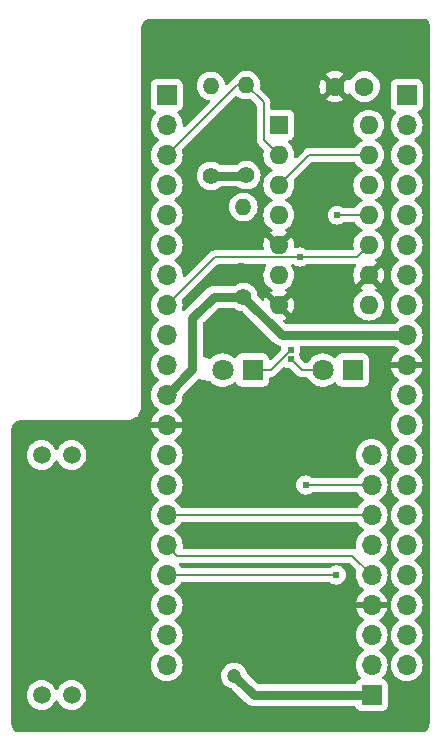
<source format=gtl>
%TF.GenerationSoftware,KiCad,Pcbnew,7.0.5*%
%TF.CreationDate,2023-11-03T15:53:39+09:00*%
%TF.ProjectId,EMUZ80SD_MK2,454d555a-3830-4534-945f-4d4b322e6b69,2.2*%
%TF.SameCoordinates,PX7560bf6PY775100a*%
%TF.FileFunction,Copper,L1,Top*%
%TF.FilePolarity,Positive*%
%FSLAX46Y46*%
G04 Gerber Fmt 4.6, Leading zero omitted, Abs format (unit mm)*
G04 Created by KiCad (PCBNEW 7.0.5) date 2023-11-03 15:53:39*
%MOMM*%
%LPD*%
G01*
G04 APERTURE LIST*
%TA.AperFunction,ComponentPad*%
%ADD10R,1.600000X1.600000*%
%TD*%
%TA.AperFunction,ComponentPad*%
%ADD11O,1.600000X1.600000*%
%TD*%
%TA.AperFunction,ComponentPad*%
%ADD12R,1.800000X1.800000*%
%TD*%
%TA.AperFunction,ComponentPad*%
%ADD13C,1.800000*%
%TD*%
%TA.AperFunction,ComponentPad*%
%ADD14R,1.700000X1.700000*%
%TD*%
%TA.AperFunction,ComponentPad*%
%ADD15O,1.700000X1.700000*%
%TD*%
%TA.AperFunction,ComponentPad*%
%ADD16C,1.400000*%
%TD*%
%TA.AperFunction,ComponentPad*%
%ADD17O,1.400000X1.400000*%
%TD*%
%TA.AperFunction,ComponentPad*%
%ADD18C,1.600000*%
%TD*%
%TA.AperFunction,ViaPad*%
%ADD19C,0.605000*%
%TD*%
%TA.AperFunction,ViaPad*%
%ADD20C,1.200000*%
%TD*%
%TA.AperFunction,ViaPad*%
%ADD21C,1.500000*%
%TD*%
%TA.AperFunction,Conductor*%
%ADD22C,0.800000*%
%TD*%
%TA.AperFunction,Conductor*%
%ADD23C,0.152400*%
%TD*%
G04 APERTURE END LIST*
D10*
X22939400Y51700000D03*
D11*
X22939400Y49160000D03*
X22939400Y46620000D03*
X22939400Y44080000D03*
X22939400Y41540000D03*
X22939400Y39000000D03*
X22939400Y36460000D03*
X30559400Y36460000D03*
X30559400Y39000000D03*
X30559400Y41540000D03*
X30559400Y44080000D03*
X30559400Y46620000D03*
X30559400Y49160000D03*
X30559400Y51700000D03*
D12*
X20714400Y30966200D03*
D13*
X18174400Y30966200D03*
D14*
X30800000Y3450000D03*
D15*
X30800000Y5990000D03*
X30800000Y8530000D03*
X30800000Y11070000D03*
X30800000Y13610000D03*
X30800000Y16150000D03*
X30800000Y18690000D03*
X30800000Y21230000D03*
X30800000Y23770000D03*
D16*
X17189400Y47406200D03*
D17*
X17189400Y55026200D03*
D12*
X29189400Y30966200D03*
D13*
X26649400Y30966200D03*
D18*
X27689400Y54966200D03*
X30189400Y54966200D03*
D16*
X19939400Y37156200D03*
D17*
X19939400Y44776200D03*
D16*
X20189400Y47466200D03*
D17*
X20189400Y55086200D03*
D14*
X13450000Y54240000D03*
D15*
X13450000Y51700000D03*
X13450000Y49160000D03*
X13450000Y46620000D03*
X13450000Y44080000D03*
X13450000Y41540000D03*
X13450000Y39000000D03*
X13450000Y36460000D03*
X13450000Y33920000D03*
X13450000Y31380000D03*
X13450000Y28840000D03*
X13450000Y26300000D03*
X13450000Y23760000D03*
X13450000Y21220000D03*
X13450000Y18680000D03*
X13450000Y16140000D03*
X13450000Y13600000D03*
X13450000Y11060000D03*
X13450000Y8520000D03*
X13450000Y5980000D03*
D14*
X33770000Y54240000D03*
D15*
X33770000Y51700000D03*
X33770000Y49160000D03*
X33770000Y46620000D03*
X33770000Y44080000D03*
X33770000Y41540000D03*
X33770000Y39000000D03*
X33770000Y36460000D03*
X33770000Y33920000D03*
X33770000Y31380000D03*
X33770000Y28840000D03*
X33770000Y26300000D03*
X33770000Y23760000D03*
X33770000Y21220000D03*
X33770000Y18680000D03*
X33770000Y16140000D03*
X33770000Y13600000D03*
X33770000Y11060000D03*
X33770000Y8520000D03*
X33770000Y5980000D03*
D19*
X26600000Y24490000D03*
X23580000Y28890000D03*
X31720000Y29350000D03*
X26270000Y42350000D03*
X28810000Y42330000D03*
X28950000Y37420000D03*
X31960000Y47890000D03*
X31930000Y50440000D03*
X23020000Y55160000D03*
X18700000Y50980000D03*
X18720000Y43230000D03*
X15240000Y43120000D03*
X15240000Y47850000D03*
X26050000Y47120000D03*
X28560000Y47420000D03*
X28480000Y51110000D03*
X25680000Y51180000D03*
X19500000Y20860000D03*
X22950000Y20960000D03*
X23140000Y24410000D03*
X18460000Y24360000D03*
X34130000Y2440000D03*
X27040000Y11060000D03*
X19150000Y9190000D03*
X26150000Y17220000D03*
X18170000Y17170000D03*
X26440000Y6080000D03*
X17190000Y33620000D03*
X19470000Y35070000D03*
X22430000Y9850000D03*
X22410000Y17030000D03*
X29010000Y26580000D03*
X21430000Y42860000D03*
X21490000Y39580000D03*
X19710000Y39780000D03*
X26590000Y45470000D03*
X26590000Y37320000D03*
X27820000Y13610000D03*
X27890000Y44080000D03*
X25210000Y21230000D03*
D20*
X19170000Y5080000D03*
D21*
X5400000Y3450000D03*
X5400000Y23770000D03*
X2860000Y3450000D03*
X2860000Y23770000D03*
D19*
X11115000Y4720000D03*
X21800000Y56770000D03*
X7940000Y18690000D03*
X2860000Y9800000D03*
X26800000Y59770000D03*
X14800000Y59770000D03*
X7940000Y14880000D03*
X31800000Y56770000D03*
X2860000Y18690000D03*
X7940000Y23770000D03*
X7940000Y4720000D03*
X11115000Y14880000D03*
X2860000Y14880000D03*
X11115000Y9800000D03*
X19800000Y59770000D03*
X11115000Y18690000D03*
X2860000Y5355000D03*
X15800000Y56770000D03*
X31800000Y59770000D03*
X11115000Y23770000D03*
X7940000Y9800000D03*
X11070000Y25540000D03*
X26800000Y56770000D03*
X24704000Y40534000D03*
X23942000Y31898000D03*
X23942000Y32660000D03*
D22*
X15630000Y31020000D02*
X13450000Y28840000D01*
X15630000Y35370000D02*
X15630000Y31020000D01*
X17416200Y37156200D02*
X15630000Y35370000D01*
X19939400Y37156200D02*
X17416200Y37156200D01*
D23*
X27790000Y13600000D02*
X27800000Y13590000D01*
X13450000Y13600000D02*
X27790000Y13600000D01*
X27820000Y13610000D02*
X27800000Y13590000D01*
X30559400Y44080000D02*
X27890000Y44080000D01*
X25210000Y21230000D02*
X30800000Y21230000D01*
D22*
X20800000Y3450000D02*
X30800000Y3450000D01*
X19170000Y5080000D02*
X20800000Y3450000D01*
D23*
X14350000Y15240000D02*
X13450000Y16140000D01*
X29170000Y15240000D02*
X14350000Y15240000D01*
X30800000Y13610000D02*
X29170000Y15240000D01*
X13450000Y18680000D02*
X30790000Y18680000D01*
X30790000Y18680000D02*
X30800000Y18690000D01*
D22*
X33770000Y33920000D02*
X23175600Y33920000D01*
X17189400Y47406200D02*
X20129400Y47406200D01*
X20129400Y47406200D02*
X20189400Y47466200D01*
X23175600Y33920000D02*
X19939400Y37156200D01*
D23*
X21656000Y53619600D02*
X21656000Y50443400D01*
X13450000Y49160000D02*
X19376200Y55086200D01*
X21656000Y50443400D02*
X22939400Y49160000D01*
X20189400Y55086200D02*
X21656000Y53619600D01*
X19376200Y55086200D02*
X20189400Y55086200D01*
X24681400Y40511400D02*
X24704000Y40534000D01*
X24704000Y40534000D02*
X24726600Y40511400D01*
X24726600Y40511400D02*
X29530800Y40511400D01*
X29530800Y40511400D02*
X30559400Y41540000D01*
X13450000Y36460000D02*
X17501400Y40511400D01*
X17501400Y40511400D02*
X24681400Y40511400D01*
X24873800Y30966200D02*
X23942000Y31898000D01*
X26649400Y30966200D02*
X24873800Y30966200D01*
X20714400Y30966200D02*
X22248200Y30966200D01*
X22248200Y30966200D02*
X23942000Y32660000D01*
X25479400Y49160000D02*
X22939400Y46620000D01*
X30559400Y49160000D02*
X25479400Y49160000D01*
%TA.AperFunction,Conductor*%
G36*
X29571512Y18083615D02*
G01*
X29616854Y18031707D01*
X29625963Y18012172D01*
X29625965Y18012169D01*
X29761501Y17818605D01*
X29761506Y17818598D01*
X29928597Y17651507D01*
X29928603Y17651502D01*
X30114158Y17521575D01*
X30157783Y17466998D01*
X30164977Y17397500D01*
X30133454Y17335145D01*
X30114158Y17318425D01*
X29928597Y17188495D01*
X29761505Y17021403D01*
X29625965Y16827831D01*
X29625964Y16827829D01*
X29526098Y16613665D01*
X29526094Y16613656D01*
X29464938Y16385414D01*
X29464936Y16385404D01*
X29444341Y16150001D01*
X29444341Y16149998D01*
X29463131Y15935225D01*
X29449364Y15866725D01*
X29400749Y15816542D01*
X29332720Y15800609D01*
X29323418Y15801479D01*
X29170001Y15821676D01*
X29169999Y15821676D01*
X29157005Y15819966D01*
X29136234Y15817231D01*
X29128136Y15816700D01*
X14912696Y15816700D01*
X14845657Y15836385D01*
X14799902Y15889189D01*
X14789168Y15951507D01*
X14805659Y16139999D01*
X14805659Y16140001D01*
X14785063Y16375404D01*
X14785063Y16375408D01*
X14723903Y16603663D01*
X14624035Y16817829D01*
X14488495Y17011401D01*
X14488494Y17011403D01*
X14321402Y17178494D01*
X14321396Y17178499D01*
X14135842Y17308425D01*
X14092217Y17363002D01*
X14085023Y17432500D01*
X14116546Y17494855D01*
X14135842Y17511575D01*
X14158026Y17527109D01*
X14321401Y17641505D01*
X14488495Y17808599D01*
X14624035Y18002170D01*
X14637807Y18031706D01*
X14683981Y18084145D01*
X14750190Y18103300D01*
X29504473Y18103300D01*
X29571512Y18083615D01*
G37*
%TD.AperFunction*%
%TA.AperFunction,Conductor*%
G36*
X19164241Y36236015D02*
G01*
X19180736Y36223341D01*
X19212838Y36194076D01*
X19212840Y36194075D01*
X19212841Y36194074D01*
X19401995Y36076955D01*
X19401996Y36076955D01*
X19401999Y36076953D01*
X19609460Y35996582D01*
X19828157Y35955700D01*
X19828159Y35955700D01*
X19833792Y35954647D01*
X19833456Y35952851D01*
X19890643Y35930155D01*
X19901965Y35920136D01*
X22481835Y33340266D01*
X22494472Y33325471D01*
X22502713Y33314128D01*
X22554322Y33267659D01*
X22556678Y33265423D01*
X22572219Y33249882D01*
X22589302Y33236048D01*
X22591770Y33233940D01*
X22643381Y33187469D01*
X22643382Y33187469D01*
X22643384Y33187467D01*
X22655518Y33180462D01*
X22671555Y33169440D01*
X22682449Y33160618D01*
X22682451Y33160617D01*
X22744347Y33129080D01*
X22747152Y33127557D01*
X22766598Y33116330D01*
X22807307Y33092825D01*
X22807312Y33092823D01*
X22807313Y33092823D01*
X22807316Y33092821D01*
X22820650Y33088489D01*
X22838622Y33081044D01*
X22851112Y33074680D01*
X22851114Y33074680D01*
X22851115Y33074679D01*
X22869528Y33069746D01*
X22918201Y33056704D01*
X22921282Y33055791D01*
X22987344Y33034326D01*
X23001288Y33032861D01*
X23020414Y33029315D01*
X23030041Y33026736D01*
X23033955Y33025687D01*
X23050696Y33024810D01*
X23116613Y33001646D01*
X23159544Y32946521D01*
X23165856Y32876937D01*
X23161252Y32860028D01*
X23154177Y32839809D01*
X23139727Y32711564D01*
X23112660Y32647150D01*
X23104188Y32637767D01*
X22323947Y31857526D01*
X22262624Y31824041D01*
X22192932Y31829025D01*
X22136999Y31870897D01*
X22112976Y31931955D01*
X22108491Y31973683D01*
X22098633Y32000113D01*
X22058197Y32108529D01*
X22058193Y32108536D01*
X21971947Y32223745D01*
X21971944Y32223748D01*
X21856735Y32309994D01*
X21856728Y32309998D01*
X21721882Y32360292D01*
X21721883Y32360292D01*
X21662283Y32366699D01*
X21662281Y32366700D01*
X21662273Y32366700D01*
X21662264Y32366700D01*
X19766529Y32366700D01*
X19766523Y32366699D01*
X19706916Y32360292D01*
X19572071Y32309998D01*
X19572064Y32309994D01*
X19456855Y32223748D01*
X19456852Y32223745D01*
X19370606Y32108536D01*
X19370603Y32108530D01*
X19341944Y32031692D01*
X19300072Y31975759D01*
X19234608Y31951342D01*
X19166335Y31966194D01*
X19134535Y31991042D01*
X19126184Y32000113D01*
X19126178Y32000118D01*
X19126177Y32000119D01*
X18943034Y32142665D01*
X18943028Y32142669D01*
X18738904Y32253136D01*
X18738895Y32253139D01*
X18519384Y32328498D01*
X18328850Y32360292D01*
X18290449Y32366700D01*
X18058351Y32366700D01*
X18019950Y32360292D01*
X17829415Y32328498D01*
X17609904Y32253139D01*
X17609895Y32253136D01*
X17405771Y32142669D01*
X17405765Y32142665D01*
X17222622Y32000119D01*
X17222618Y32000115D01*
X17187085Y31961516D01*
X17127198Y31925526D01*
X17057788Y31927488D01*
X16616432Y32069861D01*
X16558673Y32109176D01*
X16531338Y32173477D01*
X16530500Y32187873D01*
X16530500Y34945639D01*
X16550185Y35012678D01*
X16566819Y35033320D01*
X17752880Y36219381D01*
X17814203Y36252866D01*
X17840561Y36255700D01*
X19097202Y36255700D01*
X19164241Y36236015D01*
G37*
%TD.AperFunction*%
%TA.AperFunction,Conductor*%
G36*
X21835104Y39915015D02*
G01*
X21880859Y39862211D01*
X21890803Y39793053D01*
X21869640Y39739577D01*
X21808832Y39652735D01*
X21808831Y39652733D01*
X21712661Y39446498D01*
X21712658Y39446489D01*
X21653766Y39226698D01*
X21653764Y39226687D01*
X21633932Y39000002D01*
X21633932Y38999999D01*
X21653764Y38773314D01*
X21653766Y38773303D01*
X21712658Y38553512D01*
X21712661Y38553503D01*
X21808831Y38347268D01*
X21808832Y38347266D01*
X21939354Y38160859D01*
X22100258Y37999955D01*
X22100261Y37999953D01*
X22286666Y37869432D01*
X22345265Y37842107D01*
X22397705Y37795935D01*
X22416857Y37728742D01*
X22396642Y37661861D01*
X22345267Y37617343D01*
X22286911Y37590131D01*
X22213927Y37539028D01*
X22213926Y37539027D01*
X22895000Y36857954D01*
X22814252Y36845165D01*
X22701355Y36787641D01*
X22611759Y36698045D01*
X22554235Y36585148D01*
X22541446Y36504401D01*
X21860373Y37185474D01*
X21809268Y37112487D01*
X21713129Y36906318D01*
X21712888Y36905654D01*
X21712703Y36905404D01*
X21710845Y36901418D01*
X21710043Y36901792D01*
X21671450Y36849398D01*
X21606177Y36824475D01*
X21537791Y36838798D01*
X21508693Y36860406D01*
X21169772Y37199327D01*
X21136287Y37260650D01*
X21133982Y37275567D01*
X21131798Y37299139D01*
X21124515Y37377736D01*
X21063629Y37591728D01*
X21063624Y37591739D01*
X20964461Y37790884D01*
X20964456Y37790892D01*
X20830379Y37968439D01*
X20665962Y38118324D01*
X20665960Y38118326D01*
X20476804Y38235446D01*
X20476798Y38235448D01*
X20269340Y38315818D01*
X20050643Y38356700D01*
X19828157Y38356700D01*
X19609460Y38315818D01*
X19478264Y38264993D01*
X19402001Y38235448D01*
X19401995Y38235446D01*
X19212841Y38118327D01*
X19212837Y38118324D01*
X19212838Y38118324D01*
X19180739Y38089063D01*
X19117936Y38058446D01*
X19097202Y38056700D01*
X17496827Y38056700D01*
X17477428Y38058227D01*
X17463589Y38060419D01*
X17463588Y38060419D01*
X17394246Y38056785D01*
X17391003Y38056700D01*
X17369008Y38056700D01*
X17353603Y38055082D01*
X17347133Y38054402D01*
X17343902Y38054148D01*
X17274556Y38050513D01*
X17261009Y38046883D01*
X17241886Y38043340D01*
X17227945Y38041875D01*
X17227943Y38041875D01*
X17161902Y38020416D01*
X17158790Y38019495D01*
X17091717Y38001523D01*
X17091703Y38001517D01*
X17079222Y37995157D01*
X17061249Y37987712D01*
X17047915Y37983380D01*
X16987792Y37948667D01*
X16984940Y37947118D01*
X16923053Y37915584D01*
X16923037Y37915574D01*
X16912148Y37906756D01*
X16896123Y37895742D01*
X16883985Y37888734D01*
X16883981Y37888731D01*
X16832372Y37842264D01*
X16829910Y37840161D01*
X16812827Y37826325D01*
X16812810Y37826310D01*
X16797265Y37810765D01*
X16794913Y37808534D01*
X16743314Y37762074D01*
X16735069Y37750726D01*
X16722436Y37735937D01*
X15050263Y36063764D01*
X15035474Y36051131D01*
X15024126Y36042886D01*
X14977666Y35991287D01*
X14975435Y35988935D01*
X14957589Y35971088D01*
X14956782Y35971895D01*
X14901220Y35937705D01*
X14831364Y35939074D01*
X14773337Y35977993D01*
X14745563Y36042105D01*
X14748847Y36089433D01*
X14785063Y36224592D01*
X14805659Y36460000D01*
X14785063Y36695408D01*
X14744936Y36845165D01*
X14743559Y36850304D01*
X14745222Y36920154D01*
X14775651Y36970076D01*
X17703957Y39898381D01*
X17765281Y39931866D01*
X17791639Y39934700D01*
X21768065Y39934700D01*
X21835104Y39915015D01*
G37*
%TD.AperFunction*%
%TA.AperFunction,Conductor*%
G36*
X19388148Y54180059D02*
G01*
X19428351Y54155516D01*
X19462838Y54124076D01*
X19462840Y54124075D01*
X19462841Y54124074D01*
X19651995Y54006955D01*
X19651996Y54006955D01*
X19651999Y54006953D01*
X19859460Y53926582D01*
X20078157Y53885700D01*
X20078159Y53885700D01*
X20300641Y53885700D01*
X20300643Y53885700D01*
X20466973Y53916793D01*
X20536487Y53909762D01*
X20577438Y53882585D01*
X21042981Y53417042D01*
X21076466Y53355719D01*
X21079300Y53329361D01*
X21079300Y50485265D01*
X21078769Y50477164D01*
X21074324Y50443402D01*
X21074324Y50443398D01*
X21078625Y50410727D01*
X21078629Y50410696D01*
X21079300Y50405604D01*
X21079300Y50405603D01*
X21093025Y50301350D01*
X21094144Y50292852D01*
X21094144Y50292851D01*
X21152252Y50152565D01*
X21152253Y50152563D01*
X21152254Y50152562D01*
X21244693Y50032093D01*
X21262562Y50018382D01*
X21271711Y50011361D01*
X21277806Y50006017D01*
X21471088Y49812735D01*
X21654571Y49629252D01*
X21688056Y49567929D01*
X21686665Y49509478D01*
X21653766Y49386698D01*
X21653764Y49386687D01*
X21633932Y49160002D01*
X21633932Y49159999D01*
X21653764Y48933314D01*
X21653766Y48933303D01*
X21712658Y48713512D01*
X21712661Y48713503D01*
X21808831Y48507268D01*
X21808832Y48507266D01*
X21939354Y48320859D01*
X22100258Y48159955D01*
X22100261Y48159953D01*
X22286666Y48029432D01*
X22344675Y48002382D01*
X22397114Y47956209D01*
X22416266Y47889016D01*
X22396050Y47822135D01*
X22344675Y47777618D01*
X22286667Y47750569D01*
X22286665Y47750568D01*
X22100258Y47620046D01*
X21939354Y47459142D01*
X21808832Y47272735D01*
X21808831Y47272733D01*
X21712661Y47066498D01*
X21712658Y47066489D01*
X21653766Y46846698D01*
X21653764Y46846687D01*
X21633932Y46620002D01*
X21633932Y46619999D01*
X21653764Y46393314D01*
X21653766Y46393303D01*
X21712658Y46173512D01*
X21712661Y46173503D01*
X21808831Y45967268D01*
X21808832Y45967266D01*
X21939354Y45780859D01*
X22100258Y45619955D01*
X22100261Y45619953D01*
X22286666Y45489432D01*
X22344675Y45462382D01*
X22397114Y45416209D01*
X22416266Y45349016D01*
X22396050Y45282135D01*
X22344675Y45237618D01*
X22286667Y45210569D01*
X22286665Y45210568D01*
X22100258Y45080046D01*
X21939354Y44919142D01*
X21808832Y44732735D01*
X21808831Y44732733D01*
X21712661Y44526498D01*
X21712658Y44526489D01*
X21653766Y44306698D01*
X21653764Y44306687D01*
X21633932Y44080002D01*
X21633932Y44079999D01*
X21653764Y43853314D01*
X21653766Y43853303D01*
X21712658Y43633512D01*
X21712661Y43633503D01*
X21808831Y43427268D01*
X21808832Y43427266D01*
X21939354Y43240859D01*
X22100258Y43079955D01*
X22100261Y43079953D01*
X22286666Y42949432D01*
X22345265Y42922107D01*
X22397705Y42875935D01*
X22416857Y42808742D01*
X22396642Y42741861D01*
X22345267Y42697343D01*
X22286911Y42670131D01*
X22213927Y42619028D01*
X22213926Y42619027D01*
X22895000Y41937954D01*
X22814252Y41925165D01*
X22701355Y41867641D01*
X22611759Y41778045D01*
X22554235Y41665148D01*
X22541446Y41584400D01*
X21860373Y42265473D01*
X21809268Y42192487D01*
X21713134Y41986327D01*
X21713130Y41986318D01*
X21654260Y41766611D01*
X21654258Y41766600D01*
X21634434Y41540003D01*
X21634434Y41539998D01*
X21654258Y41313401D01*
X21654259Y41313394D01*
X21672802Y41244194D01*
X21671139Y41174344D01*
X21631977Y41116481D01*
X21567749Y41088977D01*
X21553027Y41088100D01*
X17543264Y41088100D01*
X17535165Y41088631D01*
X17514394Y41091366D01*
X17501401Y41093076D01*
X17501399Y41093076D01*
X17463603Y41088100D01*
X17374254Y41076338D01*
X17374254Y41076337D01*
X17350850Y41073256D01*
X17350851Y41073256D01*
X17350847Y41073255D01*
X17210563Y41015149D01*
X17210561Y41015147D01*
X17149790Y40968515D01*
X17090092Y40922707D01*
X17069360Y40895689D01*
X17064008Y40889587D01*
X15011204Y38836783D01*
X14949881Y38803298D01*
X14880189Y38808282D01*
X14824256Y38850154D01*
X14799839Y38915618D01*
X14799994Y38935261D01*
X14805659Y39000000D01*
X14785063Y39235408D01*
X14723903Y39463663D01*
X14624035Y39677829D01*
X14590363Y39725919D01*
X14488494Y39871403D01*
X14321402Y40038494D01*
X14321401Y40038495D01*
X14135842Y40168425D01*
X14135841Y40168426D01*
X14092216Y40223003D01*
X14085024Y40292502D01*
X14116546Y40354856D01*
X14135836Y40371572D01*
X14321401Y40501505D01*
X14488495Y40668599D01*
X14624035Y40862170D01*
X14723903Y41076337D01*
X14785063Y41304592D01*
X14805659Y41540000D01*
X14785063Y41775408D01*
X14723903Y42003663D01*
X14624035Y42217829D01*
X14590675Y42265473D01*
X14488494Y42411403D01*
X14321402Y42578494D01*
X14321396Y42578499D01*
X14135842Y42708425D01*
X14092217Y42763002D01*
X14085023Y42832500D01*
X14116546Y42894855D01*
X14135842Y42911575D01*
X14189910Y42949434D01*
X14321401Y43041505D01*
X14488495Y43208599D01*
X14624035Y43402170D01*
X14723903Y43616337D01*
X14785063Y43844592D01*
X14805659Y44080000D01*
X14785063Y44315408D01*
X14723903Y44543663D01*
X14624035Y44757829D01*
X14611172Y44776200D01*
X18733757Y44776200D01*
X18754284Y44554665D01*
X18754285Y44554663D01*
X18815169Y44340677D01*
X18815175Y44340662D01*
X18914338Y44141517D01*
X18914343Y44141509D01*
X19048420Y43963962D01*
X19212837Y43814077D01*
X19212839Y43814075D01*
X19401995Y43696955D01*
X19401996Y43696955D01*
X19401999Y43696953D01*
X19609460Y43616582D01*
X19828157Y43575700D01*
X19828159Y43575700D01*
X20050641Y43575700D01*
X20050643Y43575700D01*
X20269340Y43616582D01*
X20476801Y43696953D01*
X20665962Y43814076D01*
X20830381Y43963964D01*
X20964458Y44141511D01*
X21063629Y44340672D01*
X21124515Y44554664D01*
X21145043Y44776200D01*
X21124515Y44997736D01*
X21063629Y45211728D01*
X21063624Y45211739D01*
X20964461Y45410884D01*
X20964456Y45410892D01*
X20830379Y45588439D01*
X20665962Y45738324D01*
X20665960Y45738326D01*
X20476804Y45855446D01*
X20476798Y45855448D01*
X20269340Y45935818D01*
X20050643Y45976700D01*
X19828157Y45976700D01*
X19609460Y45935818D01*
X19478264Y45884993D01*
X19402001Y45855448D01*
X19401995Y45855446D01*
X19212839Y45738326D01*
X19212837Y45738324D01*
X19048420Y45588439D01*
X18914343Y45410892D01*
X18914338Y45410884D01*
X18815175Y45211739D01*
X18815169Y45211724D01*
X18754285Y44997738D01*
X18754284Y44997736D01*
X18733757Y44776201D01*
X18733757Y44776200D01*
X14611172Y44776200D01*
X14588866Y44808057D01*
X14488494Y44951403D01*
X14321402Y45118494D01*
X14321396Y45118499D01*
X14135842Y45248425D01*
X14092217Y45303002D01*
X14085023Y45372500D01*
X14116546Y45434855D01*
X14135842Y45451575D01*
X14189909Y45489433D01*
X14321401Y45581505D01*
X14488495Y45748599D01*
X14624035Y45942170D01*
X14723903Y46156337D01*
X14785063Y46384592D01*
X14805659Y46620000D01*
X14785063Y46855408D01*
X14723903Y47083663D01*
X14624035Y47297829D01*
X14548154Y47406200D01*
X15983757Y47406200D01*
X16004284Y47184665D01*
X16004285Y47184663D01*
X16065169Y46970677D01*
X16065175Y46970662D01*
X16164338Y46771517D01*
X16164343Y46771509D01*
X16298420Y46593962D01*
X16462837Y46444077D01*
X16462839Y46444075D01*
X16651995Y46326955D01*
X16651996Y46326955D01*
X16651999Y46326953D01*
X16859460Y46246582D01*
X17078157Y46205700D01*
X17078159Y46205700D01*
X17300641Y46205700D01*
X17300643Y46205700D01*
X17519340Y46246582D01*
X17726801Y46326953D01*
X17915962Y46444076D01*
X17948060Y46473338D01*
X18010864Y46503954D01*
X18031598Y46505700D01*
X19424934Y46505700D01*
X19490211Y46487127D01*
X19651995Y46386955D01*
X19651996Y46386955D01*
X19651999Y46386953D01*
X19859460Y46306582D01*
X20078157Y46265700D01*
X20078159Y46265700D01*
X20300641Y46265700D01*
X20300643Y46265700D01*
X20519340Y46306582D01*
X20726801Y46386953D01*
X20915962Y46504076D01*
X21080381Y46653964D01*
X21214458Y46831511D01*
X21313629Y47030672D01*
X21374515Y47244664D01*
X21395043Y47466200D01*
X21374515Y47687736D01*
X21313629Y47901728D01*
X21313624Y47901739D01*
X21214461Y48100884D01*
X21214456Y48100892D01*
X21080379Y48278439D01*
X20915962Y48428324D01*
X20915960Y48428326D01*
X20726804Y48545446D01*
X20726798Y48545448D01*
X20722841Y48546981D01*
X20519340Y48625818D01*
X20300643Y48666700D01*
X20078157Y48666700D01*
X19859460Y48625818D01*
X19810111Y48606700D01*
X19652001Y48545448D01*
X19651995Y48545446D01*
X19462839Y48428326D01*
X19462837Y48428324D01*
X19364923Y48339063D01*
X19302119Y48308446D01*
X19281385Y48306700D01*
X18031598Y48306700D01*
X17964559Y48326385D01*
X17948063Y48339060D01*
X17915962Y48368324D01*
X17915959Y48368326D01*
X17915958Y48368327D01*
X17726804Y48485446D01*
X17726798Y48485448D01*
X17519340Y48565818D01*
X17300643Y48606700D01*
X17078157Y48606700D01*
X16859460Y48565818D01*
X16728264Y48514993D01*
X16652001Y48485448D01*
X16651995Y48485446D01*
X16462839Y48368326D01*
X16462837Y48368324D01*
X16298420Y48218439D01*
X16164343Y48040892D01*
X16164338Y48040884D01*
X16065175Y47841739D01*
X16065169Y47841724D01*
X16004285Y47627738D01*
X16004284Y47627736D01*
X15983757Y47406201D01*
X15983757Y47406200D01*
X14548154Y47406200D01*
X14488494Y47491403D01*
X14321402Y47658494D01*
X14321396Y47658499D01*
X14135842Y47788425D01*
X14092217Y47843002D01*
X14085023Y47912500D01*
X14116546Y47974855D01*
X14135842Y47991575D01*
X14206262Y48040884D01*
X14321401Y48121505D01*
X14488495Y48288599D01*
X14624035Y48482170D01*
X14723903Y48696337D01*
X14785063Y48924592D01*
X14805659Y49160000D01*
X14785063Y49395408D01*
X14754498Y49509478D01*
X14743559Y49550304D01*
X14745222Y49620154D01*
X14775651Y49670076D01*
X19257135Y54151560D01*
X19318456Y54185043D01*
X19388148Y54180059D01*
G37*
%TD.AperFunction*%
%TA.AperFunction,Conductor*%
G36*
X29381419Y48563615D02*
G01*
X29426761Y48511708D01*
X29428832Y48507266D01*
X29559354Y48320859D01*
X29720258Y48159955D01*
X29720261Y48159953D01*
X29906666Y48029432D01*
X29964675Y48002382D01*
X30017114Y47956209D01*
X30036266Y47889016D01*
X30016050Y47822135D01*
X29964675Y47777618D01*
X29906667Y47750569D01*
X29906665Y47750568D01*
X29720258Y47620046D01*
X29559354Y47459142D01*
X29428832Y47272735D01*
X29428831Y47272733D01*
X29332661Y47066498D01*
X29332658Y47066489D01*
X29273766Y46846698D01*
X29273764Y46846687D01*
X29253932Y46620002D01*
X29253932Y46619999D01*
X29273764Y46393314D01*
X29273766Y46393303D01*
X29332658Y46173512D01*
X29332661Y46173503D01*
X29428831Y45967268D01*
X29428832Y45967266D01*
X29559354Y45780859D01*
X29720258Y45619955D01*
X29720261Y45619953D01*
X29906666Y45489432D01*
X29964675Y45462382D01*
X30017114Y45416209D01*
X30036266Y45349016D01*
X30016050Y45282135D01*
X29964675Y45237618D01*
X29906667Y45210569D01*
X29906665Y45210568D01*
X29720258Y45080046D01*
X29559354Y44919142D01*
X29428832Y44732735D01*
X29426761Y44728292D01*
X29380587Y44675854D01*
X29314380Y44656700D01*
X28500275Y44656700D01*
X28433236Y44676385D01*
X28412594Y44693019D01*
X28393830Y44711783D01*
X28240612Y44808057D01*
X28069812Y44867822D01*
X28069806Y44867823D01*
X27890004Y44888081D01*
X27889996Y44888081D01*
X27710193Y44867823D01*
X27710187Y44867822D01*
X27539387Y44808057D01*
X27386169Y44711783D01*
X27258217Y44583831D01*
X27161943Y44430613D01*
X27102178Y44259813D01*
X27102177Y44259807D01*
X27081919Y44080004D01*
X27081919Y44079997D01*
X27102177Y43900194D01*
X27102178Y43900188D01*
X27161943Y43729388D01*
X27222192Y43633503D01*
X27258217Y43576170D01*
X27386170Y43448217D01*
X27539387Y43351944D01*
X27710185Y43292179D01*
X27710191Y43292179D01*
X27710193Y43292178D01*
X27889996Y43271919D01*
X27890000Y43271919D01*
X27890004Y43271919D01*
X28069806Y43292178D01*
X28069805Y43292178D01*
X28069815Y43292179D01*
X28240613Y43351944D01*
X28393830Y43448217D01*
X28412594Y43466982D01*
X28473917Y43500466D01*
X28500275Y43503300D01*
X29314380Y43503300D01*
X29381419Y43483615D01*
X29426761Y43431708D01*
X29428832Y43427266D01*
X29559354Y43240859D01*
X29720258Y43079955D01*
X29720261Y43079953D01*
X29906666Y42949432D01*
X29964675Y42922382D01*
X30017114Y42876209D01*
X30036266Y42809016D01*
X30016050Y42742135D01*
X29964675Y42697618D01*
X29906667Y42670569D01*
X29906665Y42670568D01*
X29720258Y42540046D01*
X29559354Y42379142D01*
X29428832Y42192735D01*
X29428831Y42192733D01*
X29332661Y41986498D01*
X29332658Y41986489D01*
X29273766Y41766698D01*
X29273764Y41766687D01*
X29253932Y41540002D01*
X29253932Y41539999D01*
X29273764Y41313314D01*
X29273766Y41313303D01*
X29292284Y41244193D01*
X29290621Y41174343D01*
X29251458Y41116481D01*
X29187230Y41088977D01*
X29172509Y41088100D01*
X25336875Y41088100D01*
X25269836Y41107785D01*
X25249194Y41124419D01*
X25207830Y41165783D01*
X25054612Y41262057D01*
X24883812Y41321822D01*
X24883806Y41321823D01*
X24704004Y41342081D01*
X24703996Y41342081D01*
X24524193Y41321823D01*
X24524187Y41321822D01*
X24397053Y41277336D01*
X24327274Y41273775D01*
X24266647Y41308504D01*
X24234420Y41370498D01*
X24232571Y41405186D01*
X24244366Y41540000D01*
X24244366Y41540003D01*
X24224541Y41766600D01*
X24224539Y41766611D01*
X24165669Y41986318D01*
X24165665Y41986327D01*
X24069533Y42192484D01*
X24069531Y42192488D01*
X24018425Y42265474D01*
X23337353Y41584402D01*
X23324565Y41665148D01*
X23267041Y41778045D01*
X23177445Y41867641D01*
X23064548Y41925165D01*
X22983800Y41937954D01*
X23664872Y42619026D01*
X23664871Y42619027D01*
X23591883Y42670134D01*
X23591881Y42670135D01*
X23533533Y42697343D01*
X23481094Y42743516D01*
X23461942Y42810709D01*
X23482158Y42877590D01*
X23533529Y42922105D01*
X23592134Y42949432D01*
X23778539Y43079953D01*
X23939447Y43240861D01*
X24069968Y43427266D01*
X24166139Y43633504D01*
X24225035Y43853308D01*
X24244868Y44080000D01*
X24225035Y44306692D01*
X24166139Y44526496D01*
X24069968Y44732734D01*
X23939447Y44919139D01*
X23939445Y44919142D01*
X23778541Y45080046D01*
X23592134Y45210568D01*
X23592128Y45210571D01*
X23534125Y45237618D01*
X23481685Y45283790D01*
X23462533Y45350983D01*
X23482748Y45417865D01*
X23534125Y45462382D01*
X23592134Y45489432D01*
X23778539Y45619953D01*
X23939447Y45780861D01*
X24069968Y45967266D01*
X24166139Y46173504D01*
X24225035Y46393308D01*
X24244868Y46620000D01*
X24225035Y46846692D01*
X24192134Y46969479D01*
X24193797Y47039328D01*
X24224226Y47089251D01*
X25681957Y48546981D01*
X25743281Y48580466D01*
X25769639Y48583300D01*
X29314380Y48583300D01*
X29381419Y48563615D01*
G37*
%TD.AperFunction*%
%TA.AperFunction,Conductor*%
G36*
X35192437Y60699499D02*
G01*
X35202413Y60699500D01*
X35202417Y60699498D01*
X35245942Y60699500D01*
X35254042Y60698969D01*
X35311607Y60691394D01*
X35350164Y60686319D01*
X35381430Y60677942D01*
X35449258Y60649848D01*
X35459678Y60645532D01*
X35487710Y60629348D01*
X35554903Y60577790D01*
X35577789Y60554904D01*
X35602329Y60522923D01*
X35629346Y60487713D01*
X35645531Y60459679D01*
X35677940Y60381434D01*
X35686318Y60350163D01*
X35698968Y60254043D01*
X35699499Y60245943D01*
X35699498Y60192438D01*
X35699500Y60192413D01*
X35699500Y1003062D01*
X35699201Y996980D01*
X35687254Y875709D01*
X35682511Y851870D01*
X35649798Y744035D01*
X35640496Y721579D01*
X35587377Y622200D01*
X35573873Y601989D01*
X35502386Y514880D01*
X35485199Y497692D01*
X35398088Y426199D01*
X35377878Y412695D01*
X35278503Y359573D01*
X35256046Y350270D01*
X35148209Y317553D01*
X35124371Y312810D01*
X35045913Y305078D01*
X35002495Y300799D01*
X34996420Y300500D01*
X1003061Y300500D01*
X996979Y300799D01*
X875696Y312747D01*
X851855Y317490D01*
X744008Y350208D01*
X721552Y359510D01*
X622157Y412639D01*
X601946Y426144D01*
X514828Y497641D01*
X497640Y514829D01*
X426143Y601947D01*
X412638Y622158D01*
X412616Y622200D01*
X359508Y721556D01*
X350207Y744009D01*
X317487Y851862D01*
X312747Y875693D01*
X306035Y943827D01*
X300799Y996981D01*
X300500Y1003062D01*
X300500Y3449998D01*
X1604723Y3449998D01*
X1623793Y3232025D01*
X1623793Y3232021D01*
X1680422Y3020678D01*
X1680424Y3020674D01*
X1680425Y3020670D01*
X1702382Y2973584D01*
X1772897Y2822362D01*
X1791760Y2795423D01*
X1898402Y2643123D01*
X2053123Y2488402D01*
X2232361Y2362898D01*
X2430670Y2270425D01*
X2642023Y2213793D01*
X2824926Y2197792D01*
X2859998Y2194723D01*
X2860000Y2194723D01*
X2860002Y2194723D01*
X2888254Y2197195D01*
X3077977Y2213793D01*
X3289330Y2270425D01*
X3487639Y2362898D01*
X3666877Y2488402D01*
X3821598Y2643123D01*
X3947102Y2822361D01*
X4017618Y2973586D01*
X4063790Y3026023D01*
X4130984Y3045175D01*
X4197865Y3024959D01*
X4242381Y2973586D01*
X4312898Y2822361D01*
X4438402Y2643123D01*
X4593123Y2488402D01*
X4772361Y2362898D01*
X4970670Y2270425D01*
X5182023Y2213793D01*
X5364926Y2197792D01*
X5399998Y2194723D01*
X5400000Y2194723D01*
X5400002Y2194723D01*
X5428254Y2197195D01*
X5617977Y2213793D01*
X5829330Y2270425D01*
X6027639Y2362898D01*
X6206877Y2488402D01*
X6361598Y2643123D01*
X6487102Y2822361D01*
X6579575Y3020670D01*
X6636207Y3232023D01*
X6655277Y3450000D01*
X6636207Y3667977D01*
X6579575Y3879330D01*
X6487102Y4077638D01*
X6487099Y4077642D01*
X6487099Y4077643D01*
X6361599Y4256876D01*
X6361596Y4256879D01*
X6206877Y4411598D01*
X6027639Y4537102D01*
X6027640Y4537102D01*
X6027638Y4537103D01*
X5928484Y4583339D01*
X5829330Y4629575D01*
X5829326Y4629576D01*
X5829322Y4629578D01*
X5617977Y4686207D01*
X5400002Y4705277D01*
X5399998Y4705277D01*
X5254682Y4692564D01*
X5182023Y4686207D01*
X5182020Y4686207D01*
X4970677Y4629578D01*
X4970668Y4629574D01*
X4772361Y4537102D01*
X4772357Y4537100D01*
X4593121Y4411598D01*
X4438402Y4256879D01*
X4312900Y4077643D01*
X4312900Y4077642D01*
X4242381Y3926416D01*
X4196208Y3873977D01*
X4129014Y3854826D01*
X4062133Y3875042D01*
X4017618Y3926416D01*
X3947102Y4077638D01*
X3947099Y4077642D01*
X3947099Y4077643D01*
X3821599Y4256876D01*
X3821596Y4256879D01*
X3666877Y4411598D01*
X3487639Y4537102D01*
X3487640Y4537102D01*
X3487638Y4537103D01*
X3388484Y4583339D01*
X3289330Y4629575D01*
X3289326Y4629576D01*
X3289322Y4629578D01*
X3077977Y4686207D01*
X2860002Y4705277D01*
X2859998Y4705277D01*
X2714681Y4692564D01*
X2642023Y4686207D01*
X2642020Y4686207D01*
X2430677Y4629578D01*
X2430668Y4629574D01*
X2232361Y4537102D01*
X2232357Y4537100D01*
X2053121Y4411598D01*
X1898402Y4256879D01*
X1772900Y4077643D01*
X1772898Y4077639D01*
X1680426Y3879332D01*
X1680422Y3879323D01*
X1623793Y3667980D01*
X1623793Y3667976D01*
X1604723Y3450003D01*
X1604723Y3449998D01*
X300500Y3449998D01*
X300500Y5980000D01*
X12094341Y5980000D01*
X12114936Y5744597D01*
X12114938Y5744587D01*
X12176094Y5516345D01*
X12176096Y5516341D01*
X12176097Y5516337D01*
X12193386Y5479261D01*
X12275965Y5302170D01*
X12275967Y5302166D01*
X12384281Y5147479D01*
X12411505Y5108599D01*
X12578599Y4941505D01*
X12670839Y4876918D01*
X12772165Y4805968D01*
X12772167Y4805967D01*
X12772170Y4805965D01*
X12986337Y4706097D01*
X13214592Y4644937D01*
X13390188Y4629574D01*
X13449999Y4624341D01*
X13450000Y4624341D01*
X13450001Y4624341D01*
X13509812Y4629574D01*
X13685408Y4644937D01*
X13913663Y4706097D01*
X14127830Y4805965D01*
X14321401Y4941505D01*
X14488495Y5108599D01*
X14624035Y5302170D01*
X14723903Y5516337D01*
X14785063Y5744592D01*
X14805659Y5980000D01*
X14785063Y6215408D01*
X14723903Y6443663D01*
X14624035Y6657829D01*
X14488495Y6851401D01*
X14488494Y6851403D01*
X14321402Y7018494D01*
X14321396Y7018499D01*
X14135842Y7148425D01*
X14092217Y7203002D01*
X14085023Y7272500D01*
X14116546Y7334855D01*
X14135842Y7351575D01*
X14158026Y7367109D01*
X14321401Y7481505D01*
X14488495Y7648599D01*
X14624035Y7842170D01*
X14723903Y8056337D01*
X14785063Y8284592D01*
X14805659Y8520000D01*
X14785063Y8755408D01*
X14723903Y8983663D01*
X14624035Y9197829D01*
X14488495Y9391401D01*
X14488494Y9391403D01*
X14321402Y9558494D01*
X14321401Y9558495D01*
X14135842Y9688425D01*
X14135841Y9688426D01*
X14092216Y9743003D01*
X14085024Y9812502D01*
X14116546Y9874856D01*
X14135836Y9891572D01*
X14321401Y10021505D01*
X14488495Y10188599D01*
X14624035Y10382170D01*
X14723903Y10596337D01*
X14785063Y10824592D01*
X14805659Y11060000D01*
X14785063Y11295408D01*
X14723903Y11523663D01*
X14624035Y11737829D01*
X14617208Y11747580D01*
X14488494Y11931403D01*
X14321402Y12098494D01*
X14321396Y12098499D01*
X14135842Y12228425D01*
X14092217Y12283002D01*
X14085023Y12352500D01*
X14116546Y12414855D01*
X14135842Y12431575D01*
X14158026Y12447109D01*
X14321401Y12561505D01*
X14488495Y12728599D01*
X14624035Y12922170D01*
X14637807Y12951706D01*
X14683981Y13004145D01*
X14750190Y13023300D01*
X27219725Y13023300D01*
X27286764Y13003615D01*
X27307406Y12986981D01*
X27316170Y12978217D01*
X27469387Y12881944D01*
X27640185Y12822179D01*
X27640191Y12822179D01*
X27640193Y12822178D01*
X27819996Y12801919D01*
X27820000Y12801919D01*
X27820004Y12801919D01*
X27999806Y12822178D01*
X27999805Y12822178D01*
X27999815Y12822179D01*
X28170613Y12881944D01*
X28323830Y12978217D01*
X28451783Y13106170D01*
X28548056Y13259387D01*
X28607821Y13430185D01*
X28608630Y13437366D01*
X28628081Y13609997D01*
X28628081Y13610004D01*
X28607822Y13789807D01*
X28607821Y13789813D01*
X28607821Y13789815D01*
X28548056Y13960613D01*
X28451783Y14113830D01*
X28323830Y14241783D01*
X28266470Y14277825D01*
X28170612Y14338057D01*
X27999812Y14397822D01*
X27999806Y14397823D01*
X27837764Y14416080D01*
X27825018Y14421436D01*
X27823288Y14420323D01*
X27802236Y14416080D01*
X27640193Y14397823D01*
X27640187Y14397822D01*
X27469387Y14338057D01*
X27316169Y14241783D01*
X27287406Y14213019D01*
X27226083Y14179534D01*
X27199725Y14176700D01*
X14750189Y14176700D01*
X14683150Y14196385D01*
X14637807Y14248296D01*
X14624037Y14277825D01*
X14624034Y14277831D01*
X14490753Y14468177D01*
X14468426Y14534383D01*
X14485436Y14602150D01*
X14536384Y14649963D01*
X14592328Y14663300D01*
X27788353Y14663300D01*
X27816997Y14654890D01*
X27830253Y14661440D01*
X27851647Y14663300D01*
X28879761Y14663300D01*
X28946800Y14643615D01*
X28967442Y14626981D01*
X29474346Y14120077D01*
X29507831Y14058754D01*
X29506440Y14000303D01*
X29464938Y13845414D01*
X29464936Y13845404D01*
X29444341Y13610001D01*
X29444341Y13610000D01*
X29464936Y13374597D01*
X29464938Y13374587D01*
X29526094Y13146345D01*
X29526096Y13146341D01*
X29526097Y13146337D01*
X29604493Y12978217D01*
X29625965Y12932170D01*
X29625967Y12932166D01*
X29761501Y12738605D01*
X29761506Y12738598D01*
X29928597Y12571507D01*
X29928603Y12571502D01*
X30114594Y12441270D01*
X30158219Y12386693D01*
X30165413Y12317195D01*
X30133890Y12254840D01*
X30114595Y12238120D01*
X29928922Y12108110D01*
X29928920Y12108109D01*
X29761891Y11941080D01*
X29761886Y11941074D01*
X29626400Y11747580D01*
X29626399Y11747578D01*
X29526570Y11533493D01*
X29526567Y11533487D01*
X29469364Y11320001D01*
X29469364Y11320000D01*
X30366314Y11320000D01*
X30340507Y11279844D01*
X30300000Y11141889D01*
X30300000Y10998111D01*
X30340507Y10860156D01*
X30366314Y10820000D01*
X29469364Y10820000D01*
X29526567Y10606514D01*
X29526570Y10606508D01*
X29626399Y10392422D01*
X29761894Y10198918D01*
X29928917Y10031895D01*
X30114595Y9901881D01*
X30158219Y9847304D01*
X30165412Y9777805D01*
X30133890Y9715451D01*
X30114595Y9698731D01*
X29928594Y9568492D01*
X29761505Y9401403D01*
X29625965Y9207831D01*
X29625964Y9207829D01*
X29526098Y8993665D01*
X29526094Y8993656D01*
X29464938Y8765414D01*
X29464936Y8765404D01*
X29444341Y8530001D01*
X29444341Y8530000D01*
X29464936Y8294597D01*
X29464938Y8294587D01*
X29526094Y8066345D01*
X29526096Y8066341D01*
X29526097Y8066337D01*
X29530761Y8056336D01*
X29625965Y7852170D01*
X29625967Y7852166D01*
X29761501Y7658605D01*
X29761506Y7658598D01*
X29928597Y7491507D01*
X29928603Y7491502D01*
X30114158Y7361575D01*
X30157783Y7306998D01*
X30164977Y7237500D01*
X30133454Y7175145D01*
X30114158Y7158425D01*
X29928597Y7028495D01*
X29761505Y6861403D01*
X29625965Y6667831D01*
X29625964Y6667829D01*
X29526098Y6453665D01*
X29526094Y6453656D01*
X29464938Y6225414D01*
X29464936Y6225404D01*
X29444341Y5990001D01*
X29444341Y5990000D01*
X29464936Y5754597D01*
X29464938Y5754587D01*
X29526094Y5526345D01*
X29526096Y5526341D01*
X29526097Y5526337D01*
X29548055Y5479248D01*
X29625965Y5312170D01*
X29625967Y5312166D01*
X29677917Y5237975D01*
X29761501Y5118604D01*
X29761506Y5118598D01*
X29883430Y4996674D01*
X29916915Y4935351D01*
X29911931Y4865659D01*
X29870059Y4809726D01*
X29839083Y4792811D01*
X29707669Y4743797D01*
X29707664Y4743794D01*
X29592455Y4657548D01*
X29592452Y4657545D01*
X29506206Y4542336D01*
X29506202Y4542329D01*
X29464742Y4431167D01*
X29422871Y4375233D01*
X29357407Y4350816D01*
X29348560Y4350500D01*
X21224361Y4350500D01*
X21157322Y4370185D01*
X21136680Y4386819D01*
X20285524Y5237975D01*
X20253939Y5291721D01*
X20248121Y5312170D01*
X20200582Y5479250D01*
X20182115Y5516336D01*
X20156272Y5568236D01*
X20109673Y5661821D01*
X19986764Y5824579D01*
X19986762Y5824582D01*
X19836041Y5961981D01*
X19836039Y5961983D01*
X19662642Y6069345D01*
X19662635Y6069349D01*
X19567546Y6106186D01*
X19472456Y6143024D01*
X19271976Y6180500D01*
X19068024Y6180500D01*
X18867544Y6143024D01*
X18867541Y6143024D01*
X18867541Y6143023D01*
X18677364Y6069349D01*
X18677357Y6069345D01*
X18503960Y5961983D01*
X18503958Y5961981D01*
X18353237Y5824582D01*
X18230327Y5661822D01*
X18139422Y5479261D01*
X18139417Y5479248D01*
X18083602Y5283083D01*
X18064785Y5080001D01*
X18064785Y5080000D01*
X18083602Y4876918D01*
X18139417Y4680753D01*
X18139422Y4680740D01*
X18230327Y4498179D01*
X18353237Y4335419D01*
X18503958Y4198020D01*
X18503960Y4198018D01*
X18603141Y4136608D01*
X18677363Y4090652D01*
X18867544Y4016976D01*
X18942929Y4002885D01*
X19005209Y3971217D01*
X19007824Y3968677D01*
X20106235Y2870266D01*
X20118872Y2855471D01*
X20127113Y2844128D01*
X20178722Y2797659D01*
X20181078Y2795423D01*
X20196619Y2779882D01*
X20213702Y2766048D01*
X20216170Y2763940D01*
X20267781Y2717469D01*
X20267782Y2717469D01*
X20267784Y2717467D01*
X20279918Y2710462D01*
X20295955Y2699440D01*
X20306849Y2690618D01*
X20306851Y2690617D01*
X20368747Y2659080D01*
X20371552Y2657557D01*
X20390998Y2646330D01*
X20431707Y2622825D01*
X20431712Y2622823D01*
X20431713Y2622823D01*
X20431716Y2622821D01*
X20445050Y2618489D01*
X20463022Y2611044D01*
X20475512Y2604680D01*
X20501281Y2597775D01*
X20542596Y2586704D01*
X20545708Y2585782D01*
X20611741Y2564327D01*
X20611744Y2564326D01*
X20625684Y2562862D01*
X20644812Y2559316D01*
X20658354Y2555687D01*
X20727720Y2552053D01*
X20730935Y2551800D01*
X20752808Y2549500D01*
X20774797Y2549500D01*
X20778040Y2549416D01*
X20847388Y2545781D01*
X20861227Y2547973D01*
X20880627Y2549500D01*
X29348560Y2549500D01*
X29415599Y2529815D01*
X29461354Y2477011D01*
X29464742Y2468833D01*
X29506202Y2357672D01*
X29506206Y2357665D01*
X29592452Y2242456D01*
X29592455Y2242453D01*
X29707664Y2156207D01*
X29707671Y2156203D01*
X29842517Y2105909D01*
X29842516Y2105909D01*
X29849444Y2105165D01*
X29902127Y2099500D01*
X31697872Y2099501D01*
X31757483Y2105909D01*
X31892331Y2156204D01*
X32007546Y2242454D01*
X32093796Y2357669D01*
X32144091Y2492517D01*
X32150500Y2552127D01*
X32150499Y4347872D01*
X32144091Y4407483D01*
X32142556Y4411598D01*
X32093797Y4542329D01*
X32093793Y4542336D01*
X32007547Y4657545D01*
X32007544Y4657548D01*
X31892335Y4743794D01*
X31892328Y4743798D01*
X31760917Y4792811D01*
X31704983Y4834682D01*
X31680566Y4900147D01*
X31695418Y4968420D01*
X31716563Y4996668D01*
X31838495Y5118599D01*
X31974035Y5312170D01*
X32073903Y5526337D01*
X32135063Y5754592D01*
X32155659Y5990000D01*
X32135063Y6225408D01*
X32076584Y6443656D01*
X32073905Y6453656D01*
X32073904Y6453657D01*
X32073903Y6453663D01*
X31974035Y6667829D01*
X31838495Y6861401D01*
X31838494Y6861403D01*
X31671402Y7028494D01*
X31671396Y7028499D01*
X31485842Y7158425D01*
X31442217Y7213002D01*
X31435023Y7282500D01*
X31466546Y7344855D01*
X31485842Y7361575D01*
X31657115Y7481502D01*
X31671401Y7491505D01*
X31838495Y7658599D01*
X31974035Y7852170D01*
X32073903Y8066337D01*
X32135063Y8294592D01*
X32155659Y8530000D01*
X32135063Y8765408D01*
X32076584Y8983656D01*
X32073905Y8993656D01*
X32073904Y8993657D01*
X32073903Y8993663D01*
X31974035Y9207829D01*
X31838495Y9401401D01*
X31838494Y9401403D01*
X31671402Y9568494D01*
X31671401Y9568495D01*
X31500122Y9688426D01*
X31485405Y9698731D01*
X31441781Y9753308D01*
X31434588Y9822807D01*
X31466110Y9885161D01*
X31485405Y9901881D01*
X31671082Y10031895D01*
X31838105Y10198918D01*
X31973600Y10392422D01*
X32073429Y10606508D01*
X32073432Y10606514D01*
X32130636Y10820000D01*
X31233686Y10820000D01*
X31259493Y10860156D01*
X31300000Y10998111D01*
X31300000Y11141889D01*
X31259493Y11279844D01*
X31233686Y11320000D01*
X32130636Y11320000D01*
X32130635Y11320001D01*
X32073432Y11533487D01*
X32073429Y11533493D01*
X31973600Y11747578D01*
X31973599Y11747580D01*
X31838113Y11941074D01*
X31838108Y11941080D01*
X31671078Y12108110D01*
X31485405Y12238121D01*
X31441780Y12292698D01*
X31434588Y12362196D01*
X31466110Y12424551D01*
X31485406Y12441270D01*
X31657115Y12561502D01*
X31671401Y12571505D01*
X31838495Y12738599D01*
X31974035Y12932170D01*
X32073903Y13146337D01*
X32135063Y13374592D01*
X32155659Y13610000D01*
X32135063Y13845408D01*
X32076584Y14063656D01*
X32073905Y14073656D01*
X32073904Y14073657D01*
X32073903Y14073663D01*
X31974035Y14287829D01*
X31938866Y14338057D01*
X31838494Y14481403D01*
X31671402Y14648494D01*
X31671396Y14648499D01*
X31485842Y14778425D01*
X31442217Y14833002D01*
X31435023Y14902500D01*
X31466546Y14964855D01*
X31485842Y14981575D01*
X31657115Y15101502D01*
X31671401Y15111505D01*
X31838495Y15278599D01*
X31974035Y15472170D01*
X32073903Y15686337D01*
X32135063Y15914592D01*
X32155659Y16150000D01*
X32135063Y16385408D01*
X32076584Y16603656D01*
X32073905Y16613656D01*
X32073904Y16613657D01*
X32073903Y16613663D01*
X31974035Y16827829D01*
X31838495Y17021401D01*
X31838494Y17021403D01*
X31671402Y17188494D01*
X31671396Y17188499D01*
X31485842Y17318425D01*
X31442217Y17373002D01*
X31435023Y17442500D01*
X31466546Y17504855D01*
X31485842Y17521575D01*
X31657115Y17641502D01*
X31671401Y17651505D01*
X31838495Y17818599D01*
X31974035Y18012170D01*
X32073903Y18226337D01*
X32135063Y18454592D01*
X32155659Y18690000D01*
X32135063Y18925408D01*
X32076584Y19143656D01*
X32073905Y19153656D01*
X32073904Y19153657D01*
X32073903Y19153663D01*
X31974035Y19367829D01*
X31838495Y19561401D01*
X31838494Y19561403D01*
X31671402Y19728494D01*
X31671396Y19728499D01*
X31485842Y19858425D01*
X31442217Y19913002D01*
X31435023Y19982500D01*
X31466546Y20044855D01*
X31485842Y20061575D01*
X31657115Y20181502D01*
X31671401Y20191505D01*
X31838495Y20358599D01*
X31974035Y20552170D01*
X32073903Y20766337D01*
X32135063Y20994592D01*
X32155659Y21230000D01*
X32135063Y21465408D01*
X32076584Y21683656D01*
X32073905Y21693656D01*
X32073904Y21693657D01*
X32073903Y21693663D01*
X31974035Y21907829D01*
X31938866Y21958057D01*
X31838494Y22101403D01*
X31671402Y22268494D01*
X31671396Y22268499D01*
X31485842Y22398425D01*
X31442217Y22453002D01*
X31435023Y22522500D01*
X31466546Y22584855D01*
X31485842Y22601575D01*
X31657115Y22721502D01*
X31671401Y22731505D01*
X31838495Y22898599D01*
X31974035Y23092170D01*
X32073903Y23306337D01*
X32135063Y23534592D01*
X32155659Y23770000D01*
X32135063Y24005408D01*
X32076584Y24223656D01*
X32073905Y24233656D01*
X32073904Y24233657D01*
X32073903Y24233663D01*
X31974035Y24447829D01*
X31838495Y24641401D01*
X31838494Y24641403D01*
X31671402Y24808494D01*
X31671395Y24808499D01*
X31477834Y24944033D01*
X31477830Y24944035D01*
X31393609Y24983308D01*
X31263663Y25043903D01*
X31263659Y25043904D01*
X31263655Y25043906D01*
X31035413Y25105062D01*
X31035403Y25105064D01*
X30800001Y25125659D01*
X30799999Y25125659D01*
X30564596Y25105064D01*
X30564586Y25105062D01*
X30336344Y25043906D01*
X30336335Y25043902D01*
X30122171Y24944036D01*
X30122169Y24944035D01*
X29928597Y24808495D01*
X29761505Y24641403D01*
X29625965Y24447831D01*
X29625964Y24447829D01*
X29526098Y24233665D01*
X29526094Y24233656D01*
X29464938Y24005414D01*
X29464936Y24005404D01*
X29444341Y23770001D01*
X29444341Y23770000D01*
X29464936Y23534597D01*
X29464938Y23534587D01*
X29526094Y23306345D01*
X29526096Y23306341D01*
X29526097Y23306337D01*
X29625964Y23092170D01*
X29625965Y23092170D01*
X29625967Y23092166D01*
X29761501Y22898605D01*
X29761506Y22898598D01*
X29928597Y22731507D01*
X29928603Y22731502D01*
X30114158Y22601575D01*
X30157783Y22546998D01*
X30164977Y22477500D01*
X30133454Y22415145D01*
X30114158Y22398425D01*
X29928597Y22268495D01*
X29761505Y22101403D01*
X29625965Y21907831D01*
X29625962Y21907825D01*
X29612193Y21878296D01*
X29566021Y21825856D01*
X29499811Y21806700D01*
X25820275Y21806700D01*
X25753236Y21826385D01*
X25732594Y21843019D01*
X25713830Y21861783D01*
X25560612Y21958057D01*
X25389812Y22017822D01*
X25389806Y22017823D01*
X25210004Y22038081D01*
X25209996Y22038081D01*
X25030193Y22017823D01*
X25030187Y22017822D01*
X24859387Y21958057D01*
X24706169Y21861783D01*
X24578217Y21733831D01*
X24481943Y21580613D01*
X24422178Y21409813D01*
X24422177Y21409807D01*
X24401919Y21230004D01*
X24401919Y21229997D01*
X24422177Y21050194D01*
X24422178Y21050188D01*
X24481943Y20879388D01*
X24481944Y20879387D01*
X24578217Y20726170D01*
X24706170Y20598217D01*
X24859387Y20501944D01*
X25030185Y20442179D01*
X25030191Y20442179D01*
X25030193Y20442178D01*
X25209996Y20421919D01*
X25210000Y20421919D01*
X25210004Y20421919D01*
X25389806Y20442178D01*
X25389805Y20442178D01*
X25389815Y20442179D01*
X25560613Y20501944D01*
X25713830Y20598217D01*
X25732594Y20616981D01*
X25793917Y20650466D01*
X25820275Y20653300D01*
X29499810Y20653300D01*
X29566849Y20633615D01*
X29612192Y20581706D01*
X29625966Y20552168D01*
X29761501Y20358605D01*
X29761506Y20358598D01*
X29928597Y20191507D01*
X29928603Y20191502D01*
X30114158Y20061575D01*
X30157783Y20006998D01*
X30164977Y19937500D01*
X30133454Y19875145D01*
X30114158Y19858425D01*
X29928597Y19728495D01*
X29761505Y19561403D01*
X29625965Y19367831D01*
X29625962Y19367825D01*
X29607530Y19328296D01*
X29561358Y19275856D01*
X29495148Y19256700D01*
X14750189Y19256700D01*
X14683150Y19276385D01*
X14637807Y19328296D01*
X14624037Y19357825D01*
X14624034Y19357831D01*
X14488494Y19551403D01*
X14321402Y19718494D01*
X14321401Y19718495D01*
X14135842Y19848425D01*
X14135841Y19848426D01*
X14092216Y19903003D01*
X14085024Y19972502D01*
X14116546Y20034856D01*
X14135836Y20051572D01*
X14321401Y20181505D01*
X14488495Y20348599D01*
X14624035Y20542170D01*
X14723903Y20756337D01*
X14785063Y20984592D01*
X14805659Y21220000D01*
X14785063Y21455408D01*
X14723903Y21683663D01*
X14624035Y21897829D01*
X14540016Y22017822D01*
X14488494Y22091403D01*
X14321402Y22258494D01*
X14321396Y22258499D01*
X14135842Y22388425D01*
X14092217Y22443002D01*
X14085023Y22512500D01*
X14116546Y22574855D01*
X14135842Y22591575D01*
X14158026Y22607109D01*
X14321401Y22721505D01*
X14488495Y22888599D01*
X14624035Y23082170D01*
X14723903Y23296337D01*
X14785063Y23524592D01*
X14805659Y23760000D01*
X14785063Y23995408D01*
X14723903Y24223663D01*
X14624035Y24437829D01*
X14488495Y24631401D01*
X14488494Y24631403D01*
X14321402Y24798494D01*
X14321401Y24798495D01*
X14135842Y24928425D01*
X14135405Y24928731D01*
X14091781Y24983308D01*
X14084588Y25052807D01*
X14116110Y25115161D01*
X14135405Y25131881D01*
X14321082Y25261895D01*
X14488105Y25428918D01*
X14623600Y25622422D01*
X14723429Y25836508D01*
X14723432Y25836514D01*
X14780636Y26050000D01*
X13883686Y26050000D01*
X13909493Y26090156D01*
X13950000Y26228111D01*
X13950000Y26371889D01*
X13909493Y26509844D01*
X13883686Y26550000D01*
X14780636Y26550000D01*
X14780635Y26550001D01*
X14723432Y26763487D01*
X14723429Y26763493D01*
X14623600Y26977578D01*
X14623599Y26977580D01*
X14488113Y27171074D01*
X14488108Y27171080D01*
X14321078Y27338110D01*
X14135405Y27468121D01*
X14091780Y27522698D01*
X14084588Y27592196D01*
X14116110Y27654551D01*
X14135406Y27671270D01*
X14169959Y27695464D01*
X14321401Y27801505D01*
X14488495Y27968599D01*
X14624035Y28162170D01*
X14723903Y28376337D01*
X14785063Y28604592D01*
X14805659Y28840000D01*
X14804088Y28857948D01*
X14817853Y28926445D01*
X14839932Y28956434D01*
X16085115Y30201617D01*
X16146436Y30235100D01*
X16200363Y30234831D01*
X16952422Y30063308D01*
X17104191Y30028694D01*
X17165175Y29994595D01*
X17167847Y29991781D01*
X17222612Y29932291D01*
X17222622Y29932282D01*
X17405765Y29789736D01*
X17405771Y29789732D01*
X17405774Y29789730D01*
X17609897Y29679264D01*
X17723887Y29640132D01*
X17829415Y29603903D01*
X17829417Y29603903D01*
X17829419Y29603902D01*
X18058351Y29565700D01*
X18058352Y29565700D01*
X18290448Y29565700D01*
X18290449Y29565700D01*
X18519381Y29603902D01*
X18738903Y29679264D01*
X18943026Y29789730D01*
X19126184Y29932287D01*
X19134530Y29941354D01*
X19194410Y29977346D01*
X19264249Y29975251D01*
X19321868Y29935731D01*
X19341944Y29900709D01*
X19370603Y29823870D01*
X19370606Y29823865D01*
X19456852Y29708656D01*
X19456855Y29708653D01*
X19572064Y29622407D01*
X19572071Y29622403D01*
X19706917Y29572109D01*
X19706916Y29572109D01*
X19713844Y29571365D01*
X19766527Y29565700D01*
X21662272Y29565701D01*
X21721883Y29572109D01*
X21856731Y29622404D01*
X21971946Y29708654D01*
X22058196Y29823869D01*
X22108491Y29958717D01*
X22114900Y30018327D01*
X22114900Y30260679D01*
X22134585Y30327718D01*
X22187389Y30373473D01*
X22240073Y30381356D01*
X22240073Y30384524D01*
X22248201Y30384524D01*
X22298383Y30391131D01*
X22398749Y30404344D01*
X22539038Y30462454D01*
X22629262Y30531685D01*
X22629262Y30531686D01*
X22652200Y30549286D01*
X22652205Y30549290D01*
X22659505Y30554891D01*
X22659509Y30554896D01*
X22680243Y30581919D01*
X22685585Y30588010D01*
X23322571Y31224996D01*
X23383893Y31258479D01*
X23453585Y31253495D01*
X23476224Y31242306D01*
X23591049Y31170156D01*
X23591387Y31169944D01*
X23762185Y31110179D01*
X23762189Y31110179D01*
X23762192Y31110178D01*
X23890435Y31095729D01*
X23954849Y31068663D01*
X23964233Y31060190D01*
X24436403Y30588020D01*
X24441756Y30581917D01*
X24441760Y30581912D01*
X24462493Y30554893D01*
X24486911Y30536157D01*
X24491092Y30532948D01*
X24491102Y30532940D01*
X24582962Y30462454D01*
X24723251Y30404344D01*
X24798525Y30394434D01*
X24873799Y30384524D01*
X24873800Y30384524D01*
X24873801Y30384524D01*
X24886794Y30386235D01*
X24907565Y30388970D01*
X24915664Y30389500D01*
X25292042Y30389500D01*
X25359081Y30369815D01*
X25404836Y30317011D01*
X25405598Y30315311D01*
X25413476Y30297350D01*
X25540416Y30103053D01*
X25540419Y30103049D01*
X25540421Y30103047D01*
X25697616Y29932287D01*
X25697619Y29932285D01*
X25697622Y29932282D01*
X25880765Y29789736D01*
X25880771Y29789732D01*
X25880774Y29789730D01*
X26084897Y29679264D01*
X26198887Y29640132D01*
X26304415Y29603903D01*
X26304417Y29603903D01*
X26304419Y29603902D01*
X26533351Y29565700D01*
X26533352Y29565700D01*
X26765448Y29565700D01*
X26765449Y29565700D01*
X26994381Y29603902D01*
X27213903Y29679264D01*
X27418026Y29789730D01*
X27601184Y29932287D01*
X27609530Y29941354D01*
X27669410Y29977346D01*
X27739249Y29975251D01*
X27796868Y29935731D01*
X27816944Y29900709D01*
X27845603Y29823870D01*
X27845606Y29823865D01*
X27931852Y29708656D01*
X27931855Y29708653D01*
X28047064Y29622407D01*
X28047071Y29622403D01*
X28181917Y29572109D01*
X28181916Y29572109D01*
X28188844Y29571365D01*
X28241527Y29565700D01*
X30137272Y29565701D01*
X30196883Y29572109D01*
X30331731Y29622404D01*
X30446946Y29708654D01*
X30533196Y29823869D01*
X30583491Y29958717D01*
X30589900Y30018327D01*
X30589899Y31914072D01*
X30583491Y31973683D01*
X30573633Y32000113D01*
X30533197Y32108529D01*
X30533193Y32108536D01*
X30446947Y32223745D01*
X30446944Y32223748D01*
X30331735Y32309994D01*
X30331728Y32309998D01*
X30196882Y32360292D01*
X30196883Y32360292D01*
X30137283Y32366699D01*
X30137281Y32366700D01*
X30137273Y32366700D01*
X30137264Y32366700D01*
X28241529Y32366700D01*
X28241523Y32366699D01*
X28181916Y32360292D01*
X28047071Y32309998D01*
X28047064Y32309994D01*
X27931855Y32223748D01*
X27931852Y32223745D01*
X27845606Y32108536D01*
X27845603Y32108530D01*
X27816944Y32031692D01*
X27775072Y31975759D01*
X27709608Y31951342D01*
X27641335Y31966194D01*
X27609535Y31991042D01*
X27601184Y32000113D01*
X27601178Y32000118D01*
X27601177Y32000119D01*
X27418034Y32142665D01*
X27418028Y32142669D01*
X27213904Y32253136D01*
X27213895Y32253139D01*
X26994384Y32328498D01*
X26803850Y32360292D01*
X26765449Y32366700D01*
X26533351Y32366700D01*
X26494950Y32360292D01*
X26304415Y32328498D01*
X26084904Y32253139D01*
X26084895Y32253136D01*
X25880771Y32142669D01*
X25880765Y32142665D01*
X25697622Y32000119D01*
X25697619Y32000116D01*
X25697616Y32000114D01*
X25697616Y32000113D01*
X25639599Y31937090D01*
X25540416Y31829348D01*
X25413476Y31635051D01*
X25405598Y31617089D01*
X25360641Y31563604D01*
X25293905Y31542914D01*
X25292042Y31542900D01*
X25164039Y31542900D01*
X25097000Y31562585D01*
X25076358Y31579219D01*
X24779810Y31875767D01*
X24746325Y31937090D01*
X24744271Y31949565D01*
X24729822Y32077808D01*
X24729821Y32077810D01*
X24729821Y32077815D01*
X24673752Y32238049D01*
X24670190Y32307824D01*
X24673748Y32319939D01*
X24729821Y32480185D01*
X24737475Y32548120D01*
X24750081Y32659997D01*
X24750081Y32660004D01*
X24729822Y32839807D01*
X24729822Y32839809D01*
X24729821Y32839815D01*
X24724665Y32854548D01*
X24721105Y32924325D01*
X24755834Y32984952D01*
X24817828Y33017179D01*
X24841708Y33019500D01*
X32709242Y33019500D01*
X32776281Y32999815D01*
X32796923Y32983181D01*
X32898597Y32881507D01*
X32898603Y32881502D01*
X33084594Y32751270D01*
X33128219Y32696693D01*
X33135413Y32627195D01*
X33103890Y32564840D01*
X33084595Y32548120D01*
X32898922Y32418110D01*
X32898920Y32418109D01*
X32731891Y32251080D01*
X32731886Y32251074D01*
X32596400Y32057580D01*
X32596399Y32057578D01*
X32496570Y31843493D01*
X32496567Y31843487D01*
X32439364Y31630001D01*
X32439364Y31630000D01*
X33336314Y31630000D01*
X33310507Y31589844D01*
X33270000Y31451889D01*
X33270000Y31308111D01*
X33310507Y31170156D01*
X33336314Y31130000D01*
X32439364Y31130000D01*
X32496567Y30916514D01*
X32496570Y30916508D01*
X32596399Y30702422D01*
X32731894Y30508918D01*
X32898917Y30341895D01*
X33084595Y30211881D01*
X33128219Y30157304D01*
X33135412Y30087805D01*
X33103890Y30025451D01*
X33084595Y30008731D01*
X32898594Y29878492D01*
X32731505Y29711403D01*
X32595965Y29517831D01*
X32595964Y29517829D01*
X32496098Y29303665D01*
X32496094Y29303656D01*
X32434938Y29075414D01*
X32434936Y29075404D01*
X32414341Y28840001D01*
X32414341Y28840000D01*
X32434936Y28604597D01*
X32434938Y28604587D01*
X32496094Y28376345D01*
X32496096Y28376341D01*
X32496097Y28376337D01*
X32595965Y28162171D01*
X32595965Y28162170D01*
X32595967Y28162166D01*
X32731501Y27968605D01*
X32731506Y27968598D01*
X32898597Y27801507D01*
X32898603Y27801502D01*
X33084158Y27671575D01*
X33127783Y27616998D01*
X33134977Y27547500D01*
X33103454Y27485145D01*
X33084158Y27468425D01*
X32898597Y27338495D01*
X32731505Y27171403D01*
X32595965Y26977831D01*
X32595964Y26977829D01*
X32496098Y26763665D01*
X32496094Y26763656D01*
X32434938Y26535414D01*
X32434936Y26535404D01*
X32414341Y26300001D01*
X32414341Y26300000D01*
X32434936Y26064597D01*
X32434938Y26064587D01*
X32496094Y25836345D01*
X32496096Y25836341D01*
X32496097Y25836337D01*
X32595847Y25622422D01*
X32595965Y25622170D01*
X32595967Y25622166D01*
X32731501Y25428605D01*
X32731506Y25428598D01*
X32898597Y25261507D01*
X32898603Y25261502D01*
X33084158Y25131575D01*
X33127783Y25076998D01*
X33134977Y25007500D01*
X33103454Y24945145D01*
X33084158Y24928425D01*
X32898597Y24798495D01*
X32731505Y24631403D01*
X32595965Y24437831D01*
X32595964Y24437829D01*
X32496098Y24223665D01*
X32496094Y24223656D01*
X32434938Y23995414D01*
X32434936Y23995404D01*
X32414341Y23760001D01*
X32414341Y23760000D01*
X32434936Y23524597D01*
X32434938Y23524587D01*
X32496094Y23296345D01*
X32496096Y23296341D01*
X32496097Y23296337D01*
X32591302Y23092170D01*
X32595965Y23082170D01*
X32595967Y23082166D01*
X32731501Y22888605D01*
X32731506Y22888598D01*
X32898597Y22721507D01*
X32898603Y22721502D01*
X33084158Y22591575D01*
X33127783Y22536998D01*
X33134977Y22467500D01*
X33103454Y22405145D01*
X33084158Y22388425D01*
X32898597Y22258495D01*
X32731505Y22091403D01*
X32595965Y21897831D01*
X32595964Y21897829D01*
X32496098Y21683665D01*
X32496094Y21683656D01*
X32434938Y21455414D01*
X32434936Y21455404D01*
X32414341Y21220001D01*
X32414341Y21220000D01*
X32434936Y20984597D01*
X32434938Y20984587D01*
X32496094Y20756345D01*
X32496096Y20756341D01*
X32496097Y20756337D01*
X32561080Y20616981D01*
X32595965Y20542170D01*
X32595967Y20542166D01*
X32731501Y20348605D01*
X32731506Y20348598D01*
X32898597Y20181507D01*
X32898603Y20181502D01*
X33084158Y20051575D01*
X33127783Y19996998D01*
X33134977Y19927500D01*
X33103454Y19865145D01*
X33084158Y19848425D01*
X32898597Y19718495D01*
X32731505Y19551403D01*
X32595965Y19357831D01*
X32595964Y19357829D01*
X32496098Y19143665D01*
X32496094Y19143656D01*
X32434938Y18915414D01*
X32434936Y18915404D01*
X32414341Y18680001D01*
X32414341Y18680000D01*
X32434936Y18444597D01*
X32434938Y18444587D01*
X32496094Y18216345D01*
X32496096Y18216341D01*
X32496097Y18216337D01*
X32582192Y18031707D01*
X32595965Y18002170D01*
X32595967Y18002166D01*
X32731501Y17808605D01*
X32731506Y17808598D01*
X32898597Y17641507D01*
X32898603Y17641502D01*
X33084158Y17511575D01*
X33127783Y17456998D01*
X33134977Y17387500D01*
X33103454Y17325145D01*
X33084158Y17308425D01*
X32898597Y17178495D01*
X32731505Y17011403D01*
X32595965Y16817831D01*
X32595964Y16817829D01*
X32496098Y16603665D01*
X32496094Y16603656D01*
X32434938Y16375414D01*
X32434936Y16375404D01*
X32414341Y16140001D01*
X32414341Y16140000D01*
X32434936Y15904597D01*
X32434938Y15904587D01*
X32496094Y15676345D01*
X32496096Y15676341D01*
X32496097Y15676337D01*
X32591302Y15472170D01*
X32595965Y15462170D01*
X32595967Y15462166D01*
X32731501Y15268605D01*
X32731506Y15268598D01*
X32898597Y15101507D01*
X32898603Y15101502D01*
X33084158Y14971575D01*
X33127783Y14916998D01*
X33134977Y14847500D01*
X33103454Y14785145D01*
X33084158Y14768425D01*
X32898597Y14638495D01*
X32731505Y14471403D01*
X32595965Y14277831D01*
X32595964Y14277829D01*
X32496098Y14063665D01*
X32496094Y14063656D01*
X32434938Y13835414D01*
X32434936Y13835404D01*
X32414341Y13600001D01*
X32414341Y13600000D01*
X32434936Y13364597D01*
X32434938Y13364587D01*
X32496094Y13136345D01*
X32496096Y13136341D01*
X32496097Y13136337D01*
X32565743Y12986981D01*
X32595965Y12922170D01*
X32595967Y12922166D01*
X32731501Y12728605D01*
X32731506Y12728598D01*
X32898597Y12561507D01*
X32898603Y12561502D01*
X33084158Y12431575D01*
X33127783Y12376998D01*
X33134977Y12307500D01*
X33103454Y12245145D01*
X33084158Y12228425D01*
X32898597Y12098495D01*
X32731505Y11931403D01*
X32595965Y11737831D01*
X32595964Y11737829D01*
X32496098Y11523665D01*
X32496094Y11523656D01*
X32434938Y11295414D01*
X32434936Y11295404D01*
X32414341Y11060001D01*
X32414341Y11060000D01*
X32434936Y10824597D01*
X32434938Y10824587D01*
X32496094Y10596345D01*
X32496096Y10596341D01*
X32496097Y10596337D01*
X32591184Y10392422D01*
X32595965Y10382170D01*
X32595967Y10382166D01*
X32731501Y10188605D01*
X32731506Y10188598D01*
X32898597Y10021507D01*
X32898603Y10021502D01*
X33084158Y9891575D01*
X33127783Y9836998D01*
X33134977Y9767500D01*
X33103454Y9705145D01*
X33084158Y9688425D01*
X32898597Y9558495D01*
X32731505Y9391403D01*
X32595965Y9197831D01*
X32595964Y9197829D01*
X32496098Y8983665D01*
X32496094Y8983656D01*
X32434938Y8755414D01*
X32434936Y8755404D01*
X32414341Y8520001D01*
X32414341Y8520000D01*
X32434936Y8284597D01*
X32434938Y8284587D01*
X32496094Y8056345D01*
X32496096Y8056341D01*
X32496097Y8056337D01*
X32591302Y7852170D01*
X32595965Y7842170D01*
X32595967Y7842166D01*
X32731501Y7648605D01*
X32731506Y7648598D01*
X32898597Y7481507D01*
X32898603Y7481502D01*
X33084158Y7351575D01*
X33127783Y7296998D01*
X33134977Y7227500D01*
X33103454Y7165145D01*
X33084158Y7148425D01*
X32898597Y7018495D01*
X32731505Y6851403D01*
X32595965Y6657831D01*
X32595964Y6657829D01*
X32496098Y6443665D01*
X32496094Y6443656D01*
X32434938Y6215414D01*
X32434936Y6215404D01*
X32414341Y5980001D01*
X32414341Y5980000D01*
X32434936Y5744597D01*
X32434938Y5744587D01*
X32496094Y5516345D01*
X32496096Y5516341D01*
X32496097Y5516337D01*
X32513386Y5479261D01*
X32595965Y5302170D01*
X32595967Y5302166D01*
X32704281Y5147479D01*
X32731505Y5108599D01*
X32898599Y4941505D01*
X32990839Y4876918D01*
X33092165Y4805968D01*
X33092167Y4805967D01*
X33092170Y4805965D01*
X33306337Y4706097D01*
X33534592Y4644937D01*
X33710188Y4629574D01*
X33769999Y4624341D01*
X33770000Y4624341D01*
X33770001Y4624341D01*
X33829812Y4629574D01*
X34005408Y4644937D01*
X34233663Y4706097D01*
X34447830Y4805965D01*
X34641401Y4941505D01*
X34808495Y5108599D01*
X34944035Y5302170D01*
X35043903Y5516337D01*
X35105063Y5744592D01*
X35125659Y5980000D01*
X35105063Y6215408D01*
X35043903Y6443663D01*
X34944035Y6657829D01*
X34808495Y6851401D01*
X34808494Y6851403D01*
X34641402Y7018494D01*
X34641396Y7018499D01*
X34455842Y7148425D01*
X34412217Y7203002D01*
X34405023Y7272500D01*
X34436546Y7334855D01*
X34455842Y7351575D01*
X34478026Y7367109D01*
X34641401Y7481505D01*
X34808495Y7648599D01*
X34944035Y7842170D01*
X35043903Y8056337D01*
X35105063Y8284592D01*
X35125659Y8520000D01*
X35105063Y8755408D01*
X35043903Y8983663D01*
X34944035Y9197829D01*
X34808495Y9391401D01*
X34808494Y9391403D01*
X34641402Y9558494D01*
X34641401Y9558495D01*
X34455842Y9688425D01*
X34455841Y9688426D01*
X34412216Y9743003D01*
X34405024Y9812502D01*
X34436546Y9874856D01*
X34455836Y9891572D01*
X34641401Y10021505D01*
X34808495Y10188599D01*
X34944035Y10382170D01*
X35043903Y10596337D01*
X35105063Y10824592D01*
X35125659Y11060000D01*
X35105063Y11295408D01*
X35043903Y11523663D01*
X34944035Y11737829D01*
X34937208Y11747580D01*
X34808494Y11931403D01*
X34641402Y12098494D01*
X34641396Y12098499D01*
X34455842Y12228425D01*
X34412217Y12283002D01*
X34405023Y12352500D01*
X34436546Y12414855D01*
X34455842Y12431575D01*
X34478026Y12447109D01*
X34641401Y12561505D01*
X34808495Y12728599D01*
X34944035Y12922170D01*
X35043903Y13136337D01*
X35105063Y13364592D01*
X35125659Y13600000D01*
X35105063Y13835408D01*
X35043903Y14063663D01*
X34944035Y14277829D01*
X34860016Y14397822D01*
X34808494Y14471403D01*
X34641402Y14638494D01*
X34641401Y14638495D01*
X34455842Y14768425D01*
X34455841Y14768426D01*
X34412216Y14823003D01*
X34405024Y14892502D01*
X34436546Y14954856D01*
X34455836Y14971572D01*
X34641401Y15101505D01*
X34808495Y15268599D01*
X34944035Y15462170D01*
X35043903Y15676337D01*
X35105063Y15904592D01*
X35125659Y16140000D01*
X35105063Y16375408D01*
X35043903Y16603663D01*
X34944035Y16817829D01*
X34808495Y17011401D01*
X34808494Y17011403D01*
X34641402Y17178494D01*
X34641396Y17178499D01*
X34455842Y17308425D01*
X34412217Y17363002D01*
X34405023Y17432500D01*
X34436546Y17494855D01*
X34455842Y17511575D01*
X34478026Y17527109D01*
X34641401Y17641505D01*
X34808495Y17808599D01*
X34944035Y18002170D01*
X35043903Y18216337D01*
X35105063Y18444592D01*
X35125659Y18680000D01*
X35105063Y18915408D01*
X35043903Y19143663D01*
X34944035Y19357829D01*
X34808495Y19551401D01*
X34808494Y19551403D01*
X34641402Y19718494D01*
X34641401Y19718495D01*
X34455842Y19848425D01*
X34455841Y19848426D01*
X34412216Y19903003D01*
X34405024Y19972502D01*
X34436546Y20034856D01*
X34455836Y20051572D01*
X34641401Y20181505D01*
X34808495Y20348599D01*
X34944035Y20542170D01*
X35043903Y20756337D01*
X35105063Y20984592D01*
X35125659Y21220000D01*
X35105063Y21455408D01*
X35043903Y21683663D01*
X34944035Y21897829D01*
X34860016Y22017822D01*
X34808494Y22091403D01*
X34641402Y22258494D01*
X34641396Y22258499D01*
X34455842Y22388425D01*
X34412217Y22443002D01*
X34405023Y22512500D01*
X34436546Y22574855D01*
X34455842Y22591575D01*
X34478026Y22607109D01*
X34641401Y22721505D01*
X34808495Y22888599D01*
X34944035Y23082170D01*
X35043903Y23296337D01*
X35105063Y23524592D01*
X35125659Y23760000D01*
X35105063Y23995408D01*
X35043903Y24223663D01*
X34944035Y24437829D01*
X34808495Y24631401D01*
X34808494Y24631403D01*
X34641402Y24798494D01*
X34641401Y24798495D01*
X34455842Y24928425D01*
X34455841Y24928426D01*
X34412216Y24983003D01*
X34405024Y25052502D01*
X34436546Y25114856D01*
X34455836Y25131572D01*
X34641401Y25261505D01*
X34808495Y25428599D01*
X34944035Y25622170D01*
X35043903Y25836337D01*
X35105063Y26064592D01*
X35125659Y26300000D01*
X35105063Y26535408D01*
X35043903Y26763663D01*
X34944035Y26977829D01*
X34934118Y26991993D01*
X34808494Y27171403D01*
X34641402Y27338494D01*
X34641396Y27338499D01*
X34455842Y27468425D01*
X34412217Y27523002D01*
X34405023Y27592500D01*
X34436546Y27654855D01*
X34455842Y27671575D01*
X34489959Y27695464D01*
X34641401Y27801505D01*
X34808495Y27968599D01*
X34944035Y28162170D01*
X35043903Y28376337D01*
X35105063Y28604592D01*
X35125659Y28840000D01*
X35105063Y29075408D01*
X35043903Y29303663D01*
X34944035Y29517829D01*
X34910515Y29565702D01*
X34808494Y29711403D01*
X34641402Y29878494D01*
X34641401Y29878495D01*
X34455405Y30008731D01*
X34411781Y30063308D01*
X34404588Y30132807D01*
X34436110Y30195161D01*
X34455405Y30211881D01*
X34641082Y30341895D01*
X34808105Y30508918D01*
X34943600Y30702422D01*
X35043429Y30916508D01*
X35043432Y30916514D01*
X35100636Y31130000D01*
X34203686Y31130000D01*
X34229493Y31170156D01*
X34270000Y31308111D01*
X34270000Y31451889D01*
X34229493Y31589844D01*
X34203686Y31630000D01*
X35100636Y31630000D01*
X35100635Y31630001D01*
X35043432Y31843487D01*
X35043429Y31843493D01*
X34943600Y32057578D01*
X34943599Y32057580D01*
X34808113Y32251074D01*
X34808108Y32251080D01*
X34641078Y32418110D01*
X34455405Y32548121D01*
X34411780Y32602698D01*
X34404588Y32672196D01*
X34436110Y32734551D01*
X34455406Y32751270D01*
X34581850Y32839807D01*
X34641401Y32881505D01*
X34808495Y33048599D01*
X34944035Y33242170D01*
X35043903Y33456337D01*
X35105063Y33684592D01*
X35125659Y33920000D01*
X35105063Y34155408D01*
X35043903Y34383663D01*
X34944035Y34597829D01*
X34808495Y34791401D01*
X34808494Y34791403D01*
X34641402Y34958494D01*
X34641401Y34958495D01*
X34455842Y35088425D01*
X34455841Y35088426D01*
X34412216Y35143003D01*
X34405024Y35212502D01*
X34436546Y35274856D01*
X34455836Y35291572D01*
X34641401Y35421505D01*
X34808495Y35588599D01*
X34944035Y35782170D01*
X35043903Y35996337D01*
X35105063Y36224592D01*
X35125659Y36460000D01*
X35105063Y36695408D01*
X35058626Y36868715D01*
X35043905Y36923656D01*
X35043904Y36923657D01*
X35043903Y36923663D01*
X34944035Y37137829D01*
X34858036Y37260650D01*
X34808494Y37331403D01*
X34641402Y37498494D01*
X34641396Y37498499D01*
X34455842Y37628425D01*
X34412217Y37683002D01*
X34405023Y37752500D01*
X34436546Y37814855D01*
X34455842Y37831575D01*
X34509910Y37869434D01*
X34641401Y37961505D01*
X34808495Y38128599D01*
X34944035Y38322170D01*
X35043903Y38536337D01*
X35105063Y38764592D01*
X35125659Y39000000D01*
X35105063Y39235408D01*
X35043903Y39463663D01*
X34944035Y39677829D01*
X34910363Y39725919D01*
X34808494Y39871403D01*
X34641402Y40038494D01*
X34641401Y40038495D01*
X34455842Y40168425D01*
X34455841Y40168426D01*
X34412216Y40223003D01*
X34405024Y40292502D01*
X34436546Y40354856D01*
X34455836Y40371572D01*
X34641401Y40501505D01*
X34808495Y40668599D01*
X34944035Y40862170D01*
X35043903Y41076337D01*
X35105063Y41304592D01*
X35125659Y41540000D01*
X35105063Y41775408D01*
X35043903Y42003663D01*
X34944035Y42217829D01*
X34910675Y42265473D01*
X34808494Y42411403D01*
X34641402Y42578494D01*
X34641396Y42578499D01*
X34455842Y42708425D01*
X34412217Y42763002D01*
X34405023Y42832500D01*
X34436546Y42894855D01*
X34455842Y42911575D01*
X34509910Y42949434D01*
X34641401Y43041505D01*
X34808495Y43208599D01*
X34944035Y43402170D01*
X35043903Y43616337D01*
X35105063Y43844592D01*
X35125659Y44080000D01*
X35105063Y44315408D01*
X35043903Y44543663D01*
X34944035Y44757829D01*
X34908866Y44808057D01*
X34808494Y44951403D01*
X34641402Y45118494D01*
X34641396Y45118499D01*
X34455842Y45248425D01*
X34412217Y45303002D01*
X34405023Y45372500D01*
X34436546Y45434855D01*
X34455842Y45451575D01*
X34509909Y45489433D01*
X34641401Y45581505D01*
X34808495Y45748599D01*
X34944035Y45942170D01*
X35043903Y46156337D01*
X35105063Y46384592D01*
X35125659Y46620000D01*
X35105063Y46855408D01*
X35043903Y47083663D01*
X34944035Y47297829D01*
X34868154Y47406200D01*
X34808494Y47491403D01*
X34641402Y47658494D01*
X34641396Y47658499D01*
X34455842Y47788425D01*
X34412217Y47843002D01*
X34405023Y47912500D01*
X34436546Y47974855D01*
X34455842Y47991575D01*
X34526262Y48040884D01*
X34641401Y48121505D01*
X34808495Y48288599D01*
X34944035Y48482170D01*
X35043903Y48696337D01*
X35105063Y48924592D01*
X35125659Y49160000D01*
X35105063Y49395408D01*
X35048502Y49606498D01*
X35043905Y49623656D01*
X35043904Y49623657D01*
X35043903Y49623663D01*
X34944035Y49837829D01*
X34824261Y50008886D01*
X34808494Y50031403D01*
X34641402Y50198494D01*
X34641396Y50198499D01*
X34455842Y50328425D01*
X34412217Y50383002D01*
X34405023Y50452500D01*
X34436546Y50514855D01*
X34455842Y50531575D01*
X34509909Y50569433D01*
X34641401Y50661505D01*
X34808495Y50828599D01*
X34944035Y51022170D01*
X35043903Y51236337D01*
X35105063Y51464592D01*
X35125659Y51700000D01*
X35105063Y51935408D01*
X35043903Y52163663D01*
X34944035Y52377829D01*
X34808495Y52571401D01*
X34686567Y52693329D01*
X34653084Y52754649D01*
X34658068Y52824341D01*
X34699939Y52880275D01*
X34730915Y52897190D01*
X34862331Y52946204D01*
X34977546Y53032454D01*
X35063796Y53147669D01*
X35114091Y53282517D01*
X35120500Y53342127D01*
X35120499Y55137872D01*
X35114091Y55197483D01*
X35095348Y55247735D01*
X35063797Y55332329D01*
X35063793Y55332336D01*
X34977547Y55447545D01*
X34977544Y55447548D01*
X34862335Y55533794D01*
X34862328Y55533798D01*
X34727482Y55584092D01*
X34727483Y55584092D01*
X34667883Y55590499D01*
X34667881Y55590500D01*
X34667873Y55590500D01*
X34667864Y55590500D01*
X32872129Y55590500D01*
X32872123Y55590499D01*
X32812516Y55584092D01*
X32677671Y55533798D01*
X32677664Y55533794D01*
X32562455Y55447548D01*
X32562452Y55447545D01*
X32476206Y55332336D01*
X32476202Y55332329D01*
X32425908Y55197483D01*
X32419501Y55137884D01*
X32419501Y55137877D01*
X32419500Y55137865D01*
X32419500Y53342130D01*
X32419501Y53342124D01*
X32425908Y53282517D01*
X32476202Y53147672D01*
X32476206Y53147665D01*
X32562452Y53032456D01*
X32562455Y53032453D01*
X32677664Y52946207D01*
X32677671Y52946203D01*
X32809081Y52897190D01*
X32865015Y52855319D01*
X32889432Y52789855D01*
X32874580Y52721582D01*
X32853430Y52693327D01*
X32731503Y52571400D01*
X32595965Y52377831D01*
X32595964Y52377829D01*
X32496098Y52163665D01*
X32496094Y52163656D01*
X32434938Y51935414D01*
X32434936Y51935404D01*
X32414341Y51700001D01*
X32414341Y51700000D01*
X32434936Y51464597D01*
X32434938Y51464587D01*
X32496094Y51236345D01*
X32496096Y51236341D01*
X32496097Y51236337D01*
X32584262Y51047268D01*
X32595965Y51022170D01*
X32595967Y51022166D01*
X32731501Y50828605D01*
X32731506Y50828598D01*
X32898597Y50661507D01*
X32898603Y50661502D01*
X33084158Y50531575D01*
X33127783Y50476998D01*
X33134977Y50407500D01*
X33103454Y50345145D01*
X33084158Y50328425D01*
X32898597Y50198495D01*
X32731505Y50031403D01*
X32595965Y49837831D01*
X32595964Y49837829D01*
X32496098Y49623665D01*
X32496094Y49623656D01*
X32434938Y49395414D01*
X32434936Y49395404D01*
X32414341Y49160001D01*
X32414341Y49160000D01*
X32434936Y48924597D01*
X32434938Y48924587D01*
X32496094Y48696345D01*
X32496096Y48696341D01*
X32496097Y48696337D01*
X32566459Y48545446D01*
X32595965Y48482170D01*
X32595967Y48482166D01*
X32731501Y48288605D01*
X32731506Y48288598D01*
X32898597Y48121507D01*
X32898603Y48121502D01*
X33084158Y47991575D01*
X33127783Y47936998D01*
X33134977Y47867500D01*
X33103454Y47805145D01*
X33084158Y47788425D01*
X32898597Y47658495D01*
X32731505Y47491403D01*
X32595965Y47297831D01*
X32595964Y47297829D01*
X32496098Y47083665D01*
X32496094Y47083656D01*
X32434938Y46855414D01*
X32434936Y46855404D01*
X32414341Y46620001D01*
X32414341Y46620000D01*
X32434936Y46384597D01*
X32434938Y46384587D01*
X32496094Y46156345D01*
X32496096Y46156341D01*
X32496097Y46156337D01*
X32579863Y45976700D01*
X32595965Y45942170D01*
X32595967Y45942166D01*
X32731501Y45748605D01*
X32731506Y45748598D01*
X32898597Y45581507D01*
X32898603Y45581502D01*
X33084158Y45451575D01*
X33127783Y45396998D01*
X33134977Y45327500D01*
X33103454Y45265145D01*
X33084158Y45248425D01*
X32898597Y45118495D01*
X32731505Y44951403D01*
X32595965Y44757831D01*
X32595964Y44757829D01*
X32496098Y44543665D01*
X32496094Y44543656D01*
X32434938Y44315414D01*
X32434936Y44315404D01*
X32414341Y44080001D01*
X32414341Y44080000D01*
X32434936Y43844597D01*
X32434938Y43844587D01*
X32496094Y43616345D01*
X32496096Y43616341D01*
X32496097Y43616337D01*
X32574493Y43448217D01*
X32595965Y43402170D01*
X32595967Y43402166D01*
X32731501Y43208605D01*
X32731506Y43208598D01*
X32898597Y43041507D01*
X32898603Y43041502D01*
X33084158Y42911575D01*
X33127783Y42856998D01*
X33134977Y42787500D01*
X33103454Y42725145D01*
X33084158Y42708425D01*
X32898597Y42578495D01*
X32731505Y42411403D01*
X32595965Y42217831D01*
X32595964Y42217829D01*
X32496098Y42003665D01*
X32496094Y42003656D01*
X32434938Y41775414D01*
X32434936Y41775404D01*
X32414341Y41540001D01*
X32414341Y41540000D01*
X32434936Y41304597D01*
X32434938Y41304587D01*
X32496094Y41076345D01*
X32496097Y41076337D01*
X32595965Y40862170D01*
X32595967Y40862166D01*
X32731501Y40668605D01*
X32731506Y40668598D01*
X32898597Y40501507D01*
X32898603Y40501502D01*
X33084158Y40371575D01*
X33127783Y40316998D01*
X33134977Y40247500D01*
X33103454Y40185145D01*
X33084158Y40168425D01*
X32898597Y40038495D01*
X32731505Y39871403D01*
X32595965Y39677831D01*
X32595964Y39677829D01*
X32496098Y39463665D01*
X32496094Y39463656D01*
X32434938Y39235414D01*
X32434936Y39235404D01*
X32414341Y39000001D01*
X32414341Y39000000D01*
X32434936Y38764597D01*
X32434938Y38764587D01*
X32496094Y38536345D01*
X32496096Y38536341D01*
X32496097Y38536337D01*
X32584262Y38347268D01*
X32595965Y38322170D01*
X32595967Y38322166D01*
X32731501Y38128605D01*
X32731506Y38128598D01*
X32898597Y37961507D01*
X32898603Y37961502D01*
X33084158Y37831575D01*
X33127783Y37776998D01*
X33134977Y37707500D01*
X33103454Y37645145D01*
X33084158Y37628425D01*
X32898597Y37498495D01*
X32731505Y37331403D01*
X32595965Y37137831D01*
X32595964Y37137829D01*
X32496098Y36923665D01*
X32496094Y36923656D01*
X32434938Y36695414D01*
X32434936Y36695404D01*
X32414341Y36460001D01*
X32414341Y36460000D01*
X32434936Y36224597D01*
X32434938Y36224587D01*
X32496094Y35996345D01*
X32496096Y35996341D01*
X32496097Y35996337D01*
X32549588Y35881626D01*
X32595965Y35782170D01*
X32595967Y35782166D01*
X32731501Y35588605D01*
X32731506Y35588598D01*
X32898597Y35421507D01*
X32898603Y35421502D01*
X33084158Y35291575D01*
X33127783Y35236998D01*
X33134977Y35167500D01*
X33103454Y35105145D01*
X33084158Y35088425D01*
X32898600Y34958497D01*
X32847761Y34907658D01*
X32796921Y34856818D01*
X32735601Y34823334D01*
X32709242Y34820500D01*
X23599961Y34820500D01*
X23532922Y34840185D01*
X23512280Y34856819D01*
X23339805Y35029294D01*
X23306320Y35090617D01*
X23311304Y35160309D01*
X23353176Y35216242D01*
X23380912Y35231246D01*
X23380819Y35231445D01*
X23384172Y35233009D01*
X23385077Y35233498D01*
X23385736Y35233738D01*
X23591878Y35329864D01*
X23664872Y35380975D01*
X22983800Y36062047D01*
X23064548Y36074835D01*
X23177445Y36132359D01*
X23267041Y36221955D01*
X23324565Y36334852D01*
X23337353Y36415600D01*
X24018425Y35734528D01*
X24069536Y35807522D01*
X24165664Y36013669D01*
X24165669Y36013683D01*
X24224539Y36233390D01*
X24224541Y36233401D01*
X24244366Y36459998D01*
X24244366Y36460003D01*
X24224541Y36686600D01*
X24224539Y36686611D01*
X24165669Y36906318D01*
X24165665Y36906327D01*
X24069533Y37112484D01*
X24069531Y37112488D01*
X24018426Y37185474D01*
X24018425Y37185474D01*
X23337353Y36504402D01*
X23324565Y36585148D01*
X23267041Y36698045D01*
X23177445Y36787641D01*
X23064548Y36845165D01*
X22983800Y36857954D01*
X23664872Y37539026D01*
X23664871Y37539027D01*
X23591883Y37590134D01*
X23591881Y37590135D01*
X23533533Y37617343D01*
X23481094Y37663516D01*
X23461942Y37730709D01*
X23482158Y37797590D01*
X23533529Y37842105D01*
X23592134Y37869432D01*
X23778539Y37999953D01*
X23939447Y38160861D01*
X24069968Y38347266D01*
X24166139Y38553504D01*
X24225035Y38773308D01*
X24244868Y39000000D01*
X24225035Y39226692D01*
X24166139Y39446496D01*
X24069968Y39652734D01*
X24009159Y39739579D01*
X23986833Y39805783D01*
X24003843Y39873550D01*
X24054792Y39921363D01*
X24110735Y39934700D01*
X24116325Y39934700D01*
X24183364Y39915015D01*
X24194387Y39906133D01*
X24194727Y39906558D01*
X24200169Y39902218D01*
X24200170Y39902217D01*
X24353387Y39805944D01*
X24524185Y39746179D01*
X24524191Y39746179D01*
X24524193Y39746178D01*
X24703996Y39725919D01*
X24704000Y39725919D01*
X24704004Y39725919D01*
X24883806Y39746178D01*
X24883805Y39746178D01*
X24883815Y39746179D01*
X25054613Y39805944D01*
X25207830Y39902217D01*
X25207834Y39902222D01*
X25213273Y39906558D01*
X25215000Y39904392D01*
X25265317Y39931866D01*
X25291675Y39934700D01*
X29388675Y39934700D01*
X29455714Y39915015D01*
X29501469Y39862211D01*
X29511413Y39793053D01*
X29490250Y39739576D01*
X29429266Y39652483D01*
X29333134Y39446327D01*
X29333130Y39446318D01*
X29274260Y39226611D01*
X29274258Y39226600D01*
X29254434Y39000003D01*
X29254434Y38999998D01*
X29274258Y38773401D01*
X29274260Y38773390D01*
X29333130Y38553683D01*
X29333134Y38553674D01*
X29429265Y38347519D01*
X29429266Y38347517D01*
X29480373Y38274529D01*
X29480373Y38274528D01*
X30161446Y38955600D01*
X30174235Y38874852D01*
X30231759Y38761955D01*
X30321355Y38672359D01*
X30434252Y38614835D01*
X30514999Y38602047D01*
X29833926Y37920975D01*
X29833926Y37920974D01*
X29906912Y37869869D01*
X29906920Y37869865D01*
X29965265Y37842658D01*
X30017705Y37796486D01*
X30036857Y37729293D01*
X30016642Y37662411D01*
X29965267Y37617895D01*
X29964085Y37617343D01*
X29906664Y37590567D01*
X29720258Y37460046D01*
X29559354Y37299142D01*
X29428832Y37112735D01*
X29428831Y37112733D01*
X29332661Y36906498D01*
X29332658Y36906489D01*
X29273766Y36686698D01*
X29273764Y36686687D01*
X29253932Y36460002D01*
X29253932Y36459999D01*
X29273764Y36233314D01*
X29273766Y36233303D01*
X29332658Y36013512D01*
X29332661Y36013503D01*
X29428831Y35807268D01*
X29428832Y35807266D01*
X29559354Y35620859D01*
X29720258Y35459955D01*
X29720261Y35459953D01*
X29906666Y35329432D01*
X30112904Y35233261D01*
X30332708Y35174365D01*
X30493369Y35160309D01*
X30559398Y35154532D01*
X30559400Y35154532D01*
X30559402Y35154532D01*
X30625431Y35160309D01*
X30786092Y35174365D01*
X31005896Y35233261D01*
X31212134Y35329432D01*
X31398539Y35459953D01*
X31559447Y35620861D01*
X31689968Y35807266D01*
X31786139Y36013504D01*
X31845035Y36233308D01*
X31864868Y36460000D01*
X31845035Y36686692D01*
X31787500Y36901418D01*
X31786141Y36906489D01*
X31786138Y36906498D01*
X31689968Y37112734D01*
X31559447Y37299139D01*
X31559445Y37299142D01*
X31398541Y37460046D01*
X31212758Y37590131D01*
X31212134Y37590568D01*
X31153532Y37617895D01*
X31101094Y37664067D01*
X31081943Y37731261D01*
X31102159Y37798142D01*
X31153535Y37842659D01*
X31211882Y37869867D01*
X31284872Y37920975D01*
X30603801Y38602047D01*
X30684548Y38614835D01*
X30797445Y38672359D01*
X30887041Y38761955D01*
X30944565Y38874852D01*
X30957353Y38955600D01*
X31638425Y38274528D01*
X31689536Y38347522D01*
X31785664Y38553669D01*
X31785669Y38553683D01*
X31844539Y38773390D01*
X31844541Y38773401D01*
X31864366Y38999998D01*
X31864366Y39000003D01*
X31844541Y39226600D01*
X31844539Y39226611D01*
X31785669Y39446318D01*
X31785665Y39446327D01*
X31689533Y39652484D01*
X31689531Y39652488D01*
X31638426Y39725474D01*
X31638425Y39725474D01*
X30957353Y39044402D01*
X30944565Y39125148D01*
X30887041Y39238045D01*
X30797445Y39327641D01*
X30684548Y39385165D01*
X30603800Y39397954D01*
X31284872Y40079026D01*
X31284871Y40079027D01*
X31211883Y40130134D01*
X31211881Y40130135D01*
X31153533Y40157343D01*
X31101094Y40203516D01*
X31081942Y40270709D01*
X31102158Y40337590D01*
X31153529Y40382105D01*
X31212134Y40409432D01*
X31398539Y40539953D01*
X31559447Y40700861D01*
X31689968Y40887266D01*
X31786139Y41093504D01*
X31845035Y41313308D01*
X31864868Y41540000D01*
X31845035Y41766692D01*
X31786139Y41986496D01*
X31689968Y42192734D01*
X31559447Y42379139D01*
X31559445Y42379142D01*
X31398541Y42540046D01*
X31212134Y42670568D01*
X31212128Y42670571D01*
X31154125Y42697618D01*
X31101685Y42743790D01*
X31082533Y42810983D01*
X31102748Y42877865D01*
X31154125Y42922382D01*
X31212134Y42949432D01*
X31398539Y43079953D01*
X31559447Y43240861D01*
X31689968Y43427266D01*
X31786139Y43633504D01*
X31845035Y43853308D01*
X31864868Y44080000D01*
X31845035Y44306692D01*
X31786139Y44526496D01*
X31689968Y44732734D01*
X31559447Y44919139D01*
X31559445Y44919142D01*
X31398541Y45080046D01*
X31212134Y45210568D01*
X31212128Y45210571D01*
X31154125Y45237618D01*
X31101685Y45283790D01*
X31082533Y45350983D01*
X31102748Y45417865D01*
X31154125Y45462382D01*
X31212134Y45489432D01*
X31398539Y45619953D01*
X31559447Y45780861D01*
X31689968Y45967266D01*
X31786139Y46173504D01*
X31845035Y46393308D01*
X31864868Y46620000D01*
X31845035Y46846692D01*
X31786139Y47066496D01*
X31689968Y47272734D01*
X31559447Y47459139D01*
X31559445Y47459142D01*
X31398541Y47620046D01*
X31212134Y47750568D01*
X31212128Y47750571D01*
X31154125Y47777618D01*
X31101685Y47823790D01*
X31082533Y47890983D01*
X31102748Y47957865D01*
X31154125Y48002382D01*
X31212134Y48029432D01*
X31398539Y48159953D01*
X31559447Y48320861D01*
X31689968Y48507266D01*
X31786139Y48713504D01*
X31845035Y48933308D01*
X31864868Y49160000D01*
X31845035Y49386692D01*
X31786139Y49606496D01*
X31689968Y49812734D01*
X31559447Y49999139D01*
X31559445Y49999142D01*
X31398541Y50160046D01*
X31212134Y50290568D01*
X31212128Y50290571D01*
X31154125Y50317618D01*
X31101685Y50363790D01*
X31082533Y50430983D01*
X31102748Y50497865D01*
X31154125Y50542382D01*
X31212134Y50569432D01*
X31398539Y50699953D01*
X31559447Y50860861D01*
X31689968Y51047266D01*
X31786139Y51253504D01*
X31845035Y51473308D01*
X31864868Y51700000D01*
X31845035Y51926692D01*
X31786139Y52146496D01*
X31689968Y52352734D01*
X31559447Y52539139D01*
X31559445Y52539142D01*
X31398541Y52700046D01*
X31212134Y52830568D01*
X31212132Y52830569D01*
X31005897Y52926739D01*
X31005888Y52926742D01*
X30786097Y52985634D01*
X30786093Y52985635D01*
X30786092Y52985635D01*
X30786091Y52985636D01*
X30786086Y52985636D01*
X30559402Y53005468D01*
X30559398Y53005468D01*
X30332713Y52985636D01*
X30332702Y52985634D01*
X30112911Y52926742D01*
X30112902Y52926739D01*
X29906667Y52830569D01*
X29906665Y52830568D01*
X29720258Y52700046D01*
X29559354Y52539142D01*
X29428832Y52352735D01*
X29428831Y52352733D01*
X29332661Y52146498D01*
X29332658Y52146489D01*
X29273766Y51926698D01*
X29273764Y51926687D01*
X29253932Y51700002D01*
X29253932Y51699999D01*
X29273764Y51473314D01*
X29273766Y51473303D01*
X29332658Y51253512D01*
X29332661Y51253503D01*
X29428831Y51047268D01*
X29428832Y51047266D01*
X29559354Y50860859D01*
X29720258Y50699955D01*
X29720261Y50699953D01*
X29906666Y50569432D01*
X29964675Y50542382D01*
X30017114Y50496209D01*
X30036266Y50429016D01*
X30016050Y50362135D01*
X29964675Y50317618D01*
X29906667Y50290569D01*
X29906665Y50290568D01*
X29720258Y50160046D01*
X29559354Y49999142D01*
X29428832Y49812735D01*
X29426761Y49808292D01*
X29380587Y49755854D01*
X29314380Y49736700D01*
X25521262Y49736700D01*
X25513162Y49737231D01*
X25479400Y49741676D01*
X25479396Y49741676D01*
X25447687Y49737502D01*
X25447671Y49737499D01*
X25328851Y49721856D01*
X25328847Y49721855D01*
X25181098Y49660656D01*
X25172321Y49651285D01*
X25122077Y49612731D01*
X25068093Y49571309D01*
X25047360Y49544289D01*
X25042008Y49538187D01*
X24445601Y48941780D01*
X24384278Y48908295D01*
X24314586Y48913279D01*
X24258653Y48955151D01*
X24234236Y49020615D01*
X24234391Y49040258D01*
X24244868Y49160000D01*
X24225035Y49386692D01*
X24166139Y49606496D01*
X24069968Y49812734D01*
X23939447Y49999139D01*
X23939445Y49999142D01*
X23778543Y50160044D01*
X23753936Y50177274D01*
X23710312Y50231851D01*
X23703119Y50301350D01*
X23734641Y50363704D01*
X23794871Y50399118D01*
X23811804Y50402139D01*
X23846883Y50405909D01*
X23981731Y50456204D01*
X24096946Y50542454D01*
X24183196Y50657669D01*
X24233491Y50792517D01*
X24239900Y50852127D01*
X24239899Y52547872D01*
X24233491Y52607483D01*
X24201473Y52693327D01*
X24183197Y52742329D01*
X24183193Y52742336D01*
X24096947Y52857545D01*
X24096944Y52857548D01*
X23981735Y52943794D01*
X23981728Y52943798D01*
X23846882Y52994092D01*
X23846883Y52994092D01*
X23787283Y53000499D01*
X23787281Y53000500D01*
X23787273Y53000500D01*
X23787265Y53000500D01*
X22356700Y53000500D01*
X22289661Y53020185D01*
X22243906Y53072989D01*
X22232700Y53124500D01*
X22232700Y53577738D01*
X22233231Y53585839D01*
X22237676Y53619600D01*
X22237676Y53619601D01*
X22229650Y53680565D01*
X22217856Y53770148D01*
X22159747Y53910438D01*
X22090515Y54000662D01*
X22090514Y54000663D01*
X22067307Y54030907D01*
X22067305Y54030908D01*
X22067305Y54030909D01*
X22040283Y54051644D01*
X22034180Y54056997D01*
X21393259Y54697918D01*
X21359774Y54759241D01*
X21361674Y54819534D01*
X21374515Y54864664D01*
X21383923Y54966198D01*
X26384434Y54966198D01*
X26404258Y54739601D01*
X26404260Y54739590D01*
X26463130Y54519883D01*
X26463134Y54519874D01*
X26559265Y54313719D01*
X26559266Y54313717D01*
X26610373Y54240729D01*
X26610374Y54240728D01*
X27291446Y54921801D01*
X27304235Y54841052D01*
X27361759Y54728155D01*
X27451355Y54638559D01*
X27564252Y54581035D01*
X27644999Y54568247D01*
X26963926Y53887175D01*
X26963926Y53887174D01*
X27036912Y53836069D01*
X27036916Y53836067D01*
X27243073Y53739935D01*
X27243082Y53739931D01*
X27462789Y53681061D01*
X27462800Y53681059D01*
X27689398Y53661234D01*
X27689402Y53661234D01*
X27915999Y53681059D01*
X27916010Y53681061D01*
X28135717Y53739931D01*
X28135731Y53739936D01*
X28341878Y53836064D01*
X28414872Y53887175D01*
X27733801Y54568247D01*
X27814548Y54581035D01*
X27927445Y54638559D01*
X28017041Y54728155D01*
X28074565Y54841052D01*
X28087353Y54921800D01*
X28768425Y54240728D01*
X28819534Y54313719D01*
X28826740Y54329172D01*
X28872911Y54381613D01*
X28940104Y54400767D01*
X29006985Y54380554D01*
X29051505Y54329178D01*
X29058830Y54313470D01*
X29058832Y54313466D01*
X29189354Y54127059D01*
X29350258Y53966155D01*
X29350261Y53966153D01*
X29536666Y53835632D01*
X29742904Y53739461D01*
X29962708Y53680565D01*
X30124630Y53666399D01*
X30189398Y53660732D01*
X30189400Y53660732D01*
X30189402Y53660732D01*
X30246073Y53665691D01*
X30416092Y53680565D01*
X30635896Y53739461D01*
X30842134Y53835632D01*
X31028539Y53966153D01*
X31189447Y54127061D01*
X31319968Y54313466D01*
X31416139Y54519704D01*
X31475035Y54739508D01*
X31494868Y54966200D01*
X31475035Y55192892D01*
X31416139Y55412696D01*
X31319968Y55618934D01*
X31189447Y55805339D01*
X31189445Y55805342D01*
X31028541Y55966246D01*
X30842134Y56096768D01*
X30842132Y56096769D01*
X30635897Y56192939D01*
X30635888Y56192942D01*
X30416097Y56251834D01*
X30416093Y56251835D01*
X30416092Y56251835D01*
X30416091Y56251836D01*
X30416086Y56251836D01*
X30189402Y56271668D01*
X30189398Y56271668D01*
X29962713Y56251836D01*
X29962702Y56251834D01*
X29742911Y56192942D01*
X29742902Y56192939D01*
X29536667Y56096769D01*
X29536665Y56096768D01*
X29350258Y55966246D01*
X29189354Y55805342D01*
X29058832Y55618935D01*
X29058830Y55618931D01*
X29051505Y55603222D01*
X29005331Y55550783D01*
X28938137Y55531633D01*
X28871257Y55551850D01*
X28826741Y55603226D01*
X28819532Y55618685D01*
X28819531Y55618688D01*
X28768426Y55691674D01*
X28768425Y55691674D01*
X28087353Y55010602D01*
X28074565Y55091348D01*
X28017041Y55204245D01*
X27927445Y55293841D01*
X27814548Y55351365D01*
X27733800Y55364154D01*
X28414872Y56045226D01*
X28414871Y56045227D01*
X28341883Y56096334D01*
X28341881Y56096335D01*
X28135726Y56192466D01*
X28135717Y56192470D01*
X27916010Y56251340D01*
X27915999Y56251342D01*
X27689402Y56271166D01*
X27689398Y56271166D01*
X27462800Y56251342D01*
X27462789Y56251340D01*
X27243082Y56192470D01*
X27243073Y56192466D01*
X27036913Y56096332D01*
X26963927Y56045228D01*
X26963926Y56045227D01*
X27645000Y55364154D01*
X27564252Y55351365D01*
X27451355Y55293841D01*
X27361759Y55204245D01*
X27304235Y55091348D01*
X27291446Y55010601D01*
X26610373Y55691674D01*
X26610372Y55691673D01*
X26559268Y55618687D01*
X26463134Y55412527D01*
X26463130Y55412518D01*
X26404260Y55192811D01*
X26404258Y55192800D01*
X26384434Y54966203D01*
X26384434Y54966198D01*
X21383923Y54966198D01*
X21395043Y55086200D01*
X21390254Y55137877D01*
X21374515Y55307736D01*
X21374514Y55307738D01*
X21371095Y55319754D01*
X21313629Y55521728D01*
X21307619Y55533798D01*
X21214461Y55720884D01*
X21214456Y55720892D01*
X21080379Y55898439D01*
X20915962Y56048324D01*
X20915960Y56048326D01*
X20726804Y56165446D01*
X20726798Y56165448D01*
X20519340Y56245818D01*
X20300643Y56286700D01*
X20078157Y56286700D01*
X19859460Y56245818D01*
X19810111Y56226700D01*
X19652001Y56165448D01*
X19651995Y56165446D01*
X19462839Y56048326D01*
X19462837Y56048324D01*
X19298420Y55898439D01*
X19164343Y55720892D01*
X19164335Y55720879D01*
X19120431Y55632709D01*
X19084918Y55589606D01*
X18964893Y55497509D01*
X18944160Y55470489D01*
X18938808Y55464387D01*
X18590776Y55116355D01*
X18529453Y55082870D01*
X18459761Y55087854D01*
X18403828Y55129726D01*
X18379624Y55192596D01*
X18379171Y55197483D01*
X18374515Y55247736D01*
X18313629Y55461728D01*
X18309267Y55470489D01*
X18214461Y55660884D01*
X18214456Y55660892D01*
X18080379Y55838439D01*
X17915962Y55988324D01*
X17915960Y55988326D01*
X17726804Y56105446D01*
X17726798Y56105448D01*
X17519340Y56185818D01*
X17300643Y56226700D01*
X17078157Y56226700D01*
X16859460Y56185818D01*
X16728264Y56134993D01*
X16652001Y56105448D01*
X16651995Y56105446D01*
X16462839Y55988326D01*
X16462837Y55988324D01*
X16298420Y55838439D01*
X16164343Y55660892D01*
X16164338Y55660884D01*
X16065175Y55461739D01*
X16065169Y55461724D01*
X16004285Y55247738D01*
X16004284Y55247736D01*
X15983757Y55026201D01*
X15983757Y55026200D01*
X16004284Y54804665D01*
X16004285Y54804663D01*
X16065169Y54590677D01*
X16065175Y54590662D01*
X16164338Y54391517D01*
X16164343Y54391509D01*
X16298420Y54213962D01*
X16462837Y54064077D01*
X16462839Y54064075D01*
X16651995Y53946955D01*
X16651996Y53946955D01*
X16651999Y53946953D01*
X16859460Y53866582D01*
X17033926Y53833969D01*
X17096206Y53802301D01*
X17131479Y53741988D01*
X17128545Y53672180D01*
X17098821Y53624399D01*
X15011204Y51536783D01*
X14949881Y51503298D01*
X14880189Y51508282D01*
X14824256Y51550154D01*
X14799839Y51615618D01*
X14799994Y51635261D01*
X14805659Y51700000D01*
X14785063Y51935408D01*
X14723903Y52163663D01*
X14624035Y52377829D01*
X14488495Y52571401D01*
X14366567Y52693329D01*
X14333084Y52754649D01*
X14338068Y52824341D01*
X14379939Y52880275D01*
X14410915Y52897190D01*
X14542331Y52946204D01*
X14657546Y53032454D01*
X14743796Y53147669D01*
X14794091Y53282517D01*
X14800500Y53342127D01*
X14800499Y55137872D01*
X14794091Y55197483D01*
X14775348Y55247735D01*
X14743797Y55332329D01*
X14743793Y55332336D01*
X14657547Y55447545D01*
X14657544Y55447548D01*
X14542335Y55533794D01*
X14542328Y55533798D01*
X14407482Y55584092D01*
X14407483Y55584092D01*
X14347883Y55590499D01*
X14347881Y55590500D01*
X14347873Y55590500D01*
X14347864Y55590500D01*
X12552129Y55590500D01*
X12552123Y55590499D01*
X12492516Y55584092D01*
X12357671Y55533798D01*
X12357664Y55533794D01*
X12242455Y55447548D01*
X12242452Y55447545D01*
X12156206Y55332336D01*
X12156202Y55332329D01*
X12105908Y55197483D01*
X12099501Y55137884D01*
X12099501Y55137877D01*
X12099500Y55137865D01*
X12099500Y53342130D01*
X12099501Y53342124D01*
X12105908Y53282517D01*
X12156202Y53147672D01*
X12156206Y53147665D01*
X12242452Y53032456D01*
X12242455Y53032453D01*
X12357664Y52946207D01*
X12357671Y52946203D01*
X12489081Y52897190D01*
X12545015Y52855319D01*
X12569432Y52789855D01*
X12554580Y52721582D01*
X12533430Y52693327D01*
X12411503Y52571400D01*
X12275965Y52377831D01*
X12275964Y52377829D01*
X12176098Y52163665D01*
X12176094Y52163656D01*
X12114938Y51935414D01*
X12114936Y51935404D01*
X12094341Y51700001D01*
X12094341Y51700000D01*
X12114936Y51464597D01*
X12114938Y51464587D01*
X12176094Y51236345D01*
X12176096Y51236341D01*
X12176097Y51236337D01*
X12264262Y51047268D01*
X12275965Y51022170D01*
X12275967Y51022166D01*
X12411501Y50828605D01*
X12411506Y50828598D01*
X12578597Y50661507D01*
X12578603Y50661502D01*
X12764158Y50531575D01*
X12807783Y50476998D01*
X12814977Y50407500D01*
X12783454Y50345145D01*
X12764158Y50328425D01*
X12578597Y50198495D01*
X12411505Y50031403D01*
X12275965Y49837831D01*
X12275964Y49837829D01*
X12176098Y49623665D01*
X12176094Y49623656D01*
X12114938Y49395414D01*
X12114936Y49395404D01*
X12094341Y49160001D01*
X12094341Y49160000D01*
X12114936Y48924597D01*
X12114938Y48924587D01*
X12176094Y48696345D01*
X12176096Y48696341D01*
X12176097Y48696337D01*
X12246459Y48545446D01*
X12275965Y48482170D01*
X12275967Y48482166D01*
X12411501Y48288605D01*
X12411506Y48288598D01*
X12578597Y48121507D01*
X12578603Y48121502D01*
X12764158Y47991575D01*
X12807783Y47936998D01*
X12814977Y47867500D01*
X12783454Y47805145D01*
X12764158Y47788425D01*
X12578597Y47658495D01*
X12411505Y47491403D01*
X12275965Y47297831D01*
X12275964Y47297829D01*
X12176098Y47083665D01*
X12176094Y47083656D01*
X12114938Y46855414D01*
X12114936Y46855404D01*
X12094341Y46620001D01*
X12094341Y46620000D01*
X12114936Y46384597D01*
X12114938Y46384587D01*
X12176094Y46156345D01*
X12176096Y46156341D01*
X12176097Y46156337D01*
X12259863Y45976700D01*
X12275965Y45942170D01*
X12275967Y45942166D01*
X12411501Y45748605D01*
X12411506Y45748598D01*
X12578597Y45581507D01*
X12578603Y45581502D01*
X12764158Y45451575D01*
X12807783Y45396998D01*
X12814977Y45327500D01*
X12783454Y45265145D01*
X12764158Y45248425D01*
X12578597Y45118495D01*
X12411505Y44951403D01*
X12275965Y44757831D01*
X12275964Y44757829D01*
X12176098Y44543665D01*
X12176094Y44543656D01*
X12114938Y44315414D01*
X12114936Y44315404D01*
X12094341Y44080001D01*
X12094341Y44080000D01*
X12114936Y43844597D01*
X12114938Y43844587D01*
X12176094Y43616345D01*
X12176096Y43616341D01*
X12176097Y43616337D01*
X12254493Y43448217D01*
X12275965Y43402170D01*
X12275967Y43402166D01*
X12411501Y43208605D01*
X12411506Y43208598D01*
X12578597Y43041507D01*
X12578603Y43041502D01*
X12764158Y42911575D01*
X12807783Y42856998D01*
X12814977Y42787500D01*
X12783454Y42725145D01*
X12764158Y42708425D01*
X12578597Y42578495D01*
X12411505Y42411403D01*
X12275965Y42217831D01*
X12275964Y42217829D01*
X12176098Y42003665D01*
X12176094Y42003656D01*
X12114938Y41775414D01*
X12114936Y41775404D01*
X12094341Y41540001D01*
X12094341Y41540000D01*
X12114936Y41304597D01*
X12114938Y41304587D01*
X12176094Y41076345D01*
X12176097Y41076337D01*
X12275965Y40862170D01*
X12275967Y40862166D01*
X12411501Y40668605D01*
X12411506Y40668598D01*
X12578597Y40501507D01*
X12578603Y40501502D01*
X12764158Y40371575D01*
X12807783Y40316998D01*
X12814977Y40247500D01*
X12783454Y40185145D01*
X12764158Y40168425D01*
X12578597Y40038495D01*
X12411505Y39871403D01*
X12275965Y39677831D01*
X12275964Y39677829D01*
X12176098Y39463665D01*
X12176094Y39463656D01*
X12114938Y39235414D01*
X12114936Y39235404D01*
X12094341Y39000001D01*
X12094341Y39000000D01*
X12114936Y38764597D01*
X12114938Y38764587D01*
X12176094Y38536345D01*
X12176096Y38536341D01*
X12176097Y38536337D01*
X12264262Y38347268D01*
X12275965Y38322170D01*
X12275967Y38322166D01*
X12411501Y38128605D01*
X12411506Y38128598D01*
X12578597Y37961507D01*
X12578603Y37961502D01*
X12764158Y37831575D01*
X12807783Y37776998D01*
X12814977Y37707500D01*
X12783454Y37645145D01*
X12764158Y37628425D01*
X12578597Y37498495D01*
X12411505Y37331403D01*
X12275965Y37137831D01*
X12275964Y37137829D01*
X12176098Y36923665D01*
X12176094Y36923656D01*
X12114938Y36695414D01*
X12114936Y36695404D01*
X12094341Y36460001D01*
X12094341Y36460000D01*
X12114936Y36224597D01*
X12114938Y36224587D01*
X12176094Y35996345D01*
X12176096Y35996341D01*
X12176097Y35996337D01*
X12229588Y35881626D01*
X12275965Y35782170D01*
X12275967Y35782166D01*
X12411501Y35588605D01*
X12411506Y35588598D01*
X12578597Y35421507D01*
X12578603Y35421502D01*
X12764158Y35291575D01*
X12807783Y35236998D01*
X12814977Y35167500D01*
X12783454Y35105145D01*
X12764158Y35088425D01*
X12578597Y34958495D01*
X12411505Y34791403D01*
X12275965Y34597831D01*
X12275964Y34597829D01*
X12176098Y34383665D01*
X12176094Y34383656D01*
X12114938Y34155414D01*
X12114936Y34155404D01*
X12094341Y33920001D01*
X12094341Y33920000D01*
X12114936Y33684597D01*
X12114938Y33684587D01*
X12176094Y33456345D01*
X12176096Y33456341D01*
X12176097Y33456337D01*
X12264079Y33267659D01*
X12275965Y33242170D01*
X12275967Y33242166D01*
X12411501Y33048605D01*
X12411506Y33048598D01*
X12578597Y32881507D01*
X12578603Y32881502D01*
X12764158Y32751575D01*
X12807783Y32696998D01*
X12814977Y32627500D01*
X12783454Y32565145D01*
X12764158Y32548425D01*
X12578597Y32418495D01*
X12411505Y32251403D01*
X12275965Y32057831D01*
X12275964Y32057829D01*
X12176098Y31843665D01*
X12176094Y31843656D01*
X12114938Y31615414D01*
X12114936Y31615404D01*
X12094341Y31380001D01*
X12094341Y31380000D01*
X12114936Y31144597D01*
X12114938Y31144587D01*
X12176094Y30916345D01*
X12176096Y30916341D01*
X12176097Y30916337D01*
X12275847Y30702422D01*
X12275965Y30702170D01*
X12275967Y30702166D01*
X12411501Y30508605D01*
X12411506Y30508598D01*
X12578597Y30341507D01*
X12578603Y30341502D01*
X12764158Y30211575D01*
X12807783Y30156998D01*
X12814977Y30087500D01*
X12783454Y30025145D01*
X12764158Y30008425D01*
X12578597Y29878495D01*
X12411505Y29711403D01*
X12275965Y29517831D01*
X12275964Y29517829D01*
X12176098Y29303665D01*
X12176094Y29303656D01*
X12114938Y29075414D01*
X12114936Y29075404D01*
X12094341Y28840001D01*
X12094341Y28840000D01*
X12114936Y28604597D01*
X12114938Y28604587D01*
X12176094Y28376345D01*
X12176096Y28376341D01*
X12176097Y28376337D01*
X12275964Y28162171D01*
X12275965Y28162170D01*
X12275967Y28162166D01*
X12411501Y27968605D01*
X12411506Y27968598D01*
X12578597Y27801507D01*
X12578603Y27801502D01*
X12764594Y27671270D01*
X12808219Y27616693D01*
X12815413Y27547195D01*
X12783890Y27484840D01*
X12764595Y27468120D01*
X12578922Y27338110D01*
X12578920Y27338109D01*
X12411891Y27171080D01*
X12411886Y27171074D01*
X12276400Y26977580D01*
X12276399Y26977578D01*
X12176570Y26763493D01*
X12176567Y26763487D01*
X12119364Y26550001D01*
X12119364Y26550000D01*
X13016314Y26550000D01*
X12990507Y26509844D01*
X12950000Y26371889D01*
X12950000Y26228111D01*
X12990507Y26090156D01*
X13016314Y26050000D01*
X12119364Y26050000D01*
X12176567Y25836514D01*
X12176570Y25836508D01*
X12276399Y25622422D01*
X12411894Y25428918D01*
X12578917Y25261895D01*
X12764595Y25131881D01*
X12808219Y25077304D01*
X12815412Y25007805D01*
X12783890Y24945451D01*
X12764595Y24928731D01*
X12578594Y24798492D01*
X12411505Y24631403D01*
X12275965Y24437831D01*
X12275964Y24437829D01*
X12176098Y24223665D01*
X12176094Y24223656D01*
X12114938Y23995414D01*
X12114936Y23995404D01*
X12094341Y23760001D01*
X12094341Y23760000D01*
X12114936Y23524597D01*
X12114938Y23524587D01*
X12176094Y23296345D01*
X12176096Y23296341D01*
X12176097Y23296337D01*
X12271302Y23092170D01*
X12275965Y23082170D01*
X12275967Y23082166D01*
X12411501Y22888605D01*
X12411506Y22888598D01*
X12578597Y22721507D01*
X12578603Y22721502D01*
X12764158Y22591575D01*
X12807783Y22536998D01*
X12814977Y22467500D01*
X12783454Y22405145D01*
X12764158Y22388425D01*
X12578597Y22258495D01*
X12411505Y22091403D01*
X12275965Y21897831D01*
X12275964Y21897829D01*
X12176098Y21683665D01*
X12176094Y21683656D01*
X12114938Y21455414D01*
X12114936Y21455404D01*
X12094341Y21220001D01*
X12094341Y21220000D01*
X12114936Y20984597D01*
X12114938Y20984587D01*
X12176094Y20756345D01*
X12176096Y20756341D01*
X12176097Y20756337D01*
X12241080Y20616981D01*
X12275965Y20542170D01*
X12275967Y20542166D01*
X12411501Y20348605D01*
X12411506Y20348598D01*
X12578597Y20181507D01*
X12578603Y20181502D01*
X12764158Y20051575D01*
X12807783Y19996998D01*
X12814977Y19927500D01*
X12783454Y19865145D01*
X12764158Y19848425D01*
X12578597Y19718495D01*
X12411505Y19551403D01*
X12275965Y19357831D01*
X12275964Y19357829D01*
X12176098Y19143665D01*
X12176094Y19143656D01*
X12114938Y18915414D01*
X12114936Y18915404D01*
X12094341Y18680001D01*
X12094341Y18680000D01*
X12114936Y18444597D01*
X12114938Y18444587D01*
X12176094Y18216345D01*
X12176096Y18216341D01*
X12176097Y18216337D01*
X12262192Y18031707D01*
X12275965Y18002170D01*
X12275967Y18002166D01*
X12411501Y17808605D01*
X12411506Y17808598D01*
X12578597Y17641507D01*
X12578603Y17641502D01*
X12764158Y17511575D01*
X12807783Y17456998D01*
X12814977Y17387500D01*
X12783454Y17325145D01*
X12764158Y17308425D01*
X12578597Y17178495D01*
X12411505Y17011403D01*
X12275965Y16817831D01*
X12275964Y16817829D01*
X12176098Y16603665D01*
X12176094Y16603656D01*
X12114938Y16375414D01*
X12114936Y16375404D01*
X12094341Y16140001D01*
X12094341Y16140000D01*
X12114936Y15904597D01*
X12114938Y15904587D01*
X12176094Y15676345D01*
X12176096Y15676341D01*
X12176097Y15676337D01*
X12271302Y15472170D01*
X12275965Y15462170D01*
X12275967Y15462166D01*
X12411501Y15268605D01*
X12411506Y15268598D01*
X12578597Y15101507D01*
X12578603Y15101502D01*
X12764158Y14971575D01*
X12807783Y14916998D01*
X12814977Y14847500D01*
X12783454Y14785145D01*
X12764158Y14768425D01*
X12578597Y14638495D01*
X12411505Y14471403D01*
X12275965Y14277831D01*
X12275964Y14277829D01*
X12176098Y14063665D01*
X12176094Y14063656D01*
X12114938Y13835414D01*
X12114936Y13835404D01*
X12094341Y13600001D01*
X12094341Y13600000D01*
X12114936Y13364597D01*
X12114938Y13364587D01*
X12176094Y13136345D01*
X12176096Y13136341D01*
X12176097Y13136337D01*
X12245743Y12986981D01*
X12275965Y12922170D01*
X12275967Y12922166D01*
X12411501Y12728605D01*
X12411506Y12728598D01*
X12578597Y12561507D01*
X12578603Y12561502D01*
X12764158Y12431575D01*
X12807783Y12376998D01*
X12814977Y12307500D01*
X12783454Y12245145D01*
X12764158Y12228425D01*
X12578597Y12098495D01*
X12411505Y11931403D01*
X12275965Y11737831D01*
X12275964Y11737829D01*
X12176098Y11523665D01*
X12176094Y11523656D01*
X12114938Y11295414D01*
X12114936Y11295404D01*
X12094341Y11060001D01*
X12094341Y11060000D01*
X12114936Y10824597D01*
X12114938Y10824587D01*
X12176094Y10596345D01*
X12176096Y10596341D01*
X12176097Y10596337D01*
X12271184Y10392422D01*
X12275965Y10382170D01*
X12275967Y10382166D01*
X12411501Y10188605D01*
X12411506Y10188598D01*
X12578597Y10021507D01*
X12578603Y10021502D01*
X12764158Y9891575D01*
X12807783Y9836998D01*
X12814977Y9767500D01*
X12783454Y9705145D01*
X12764158Y9688425D01*
X12578597Y9558495D01*
X12411505Y9391403D01*
X12275965Y9197831D01*
X12275964Y9197829D01*
X12176098Y8983665D01*
X12176094Y8983656D01*
X12114938Y8755414D01*
X12114936Y8755404D01*
X12094341Y8520001D01*
X12094341Y8520000D01*
X12114936Y8284597D01*
X12114938Y8284587D01*
X12176094Y8056345D01*
X12176096Y8056341D01*
X12176097Y8056337D01*
X12271302Y7852170D01*
X12275965Y7842170D01*
X12275967Y7842166D01*
X12411501Y7648605D01*
X12411506Y7648598D01*
X12578597Y7481507D01*
X12578603Y7481502D01*
X12764158Y7351575D01*
X12807783Y7296998D01*
X12814977Y7227500D01*
X12783454Y7165145D01*
X12764158Y7148425D01*
X12578597Y7018495D01*
X12411505Y6851403D01*
X12275965Y6657831D01*
X12275964Y6657829D01*
X12176098Y6443665D01*
X12176094Y6443656D01*
X12114938Y6215414D01*
X12114936Y6215404D01*
X12094341Y5980001D01*
X12094341Y5980000D01*
X300500Y5980000D01*
X300500Y23769998D01*
X1604723Y23769998D01*
X1623793Y23552025D01*
X1623793Y23552021D01*
X1680422Y23340678D01*
X1680424Y23340674D01*
X1680425Y23340670D01*
X1702382Y23293584D01*
X1772897Y23142362D01*
X1772898Y23142361D01*
X1898402Y22963123D01*
X2053123Y22808402D01*
X2232361Y22682898D01*
X2430670Y22590425D01*
X2642023Y22533793D01*
X2824926Y22517792D01*
X2859998Y22514723D01*
X2860000Y22514723D01*
X2860002Y22514723D01*
X2888254Y22517195D01*
X3077977Y22533793D01*
X3289330Y22590425D01*
X3487639Y22682898D01*
X3666877Y22808402D01*
X3821598Y22963123D01*
X3947102Y23142361D01*
X4017618Y23293586D01*
X4063790Y23346023D01*
X4130984Y23365175D01*
X4197865Y23344959D01*
X4242381Y23293586D01*
X4312898Y23142361D01*
X4438402Y22963123D01*
X4593123Y22808402D01*
X4772361Y22682898D01*
X4970670Y22590425D01*
X5182023Y22533793D01*
X5364926Y22517792D01*
X5399998Y22514723D01*
X5400000Y22514723D01*
X5400002Y22514723D01*
X5428254Y22517195D01*
X5617977Y22533793D01*
X5829330Y22590425D01*
X6027639Y22682898D01*
X6206877Y22808402D01*
X6361598Y22963123D01*
X6487102Y23142361D01*
X6579575Y23340670D01*
X6636207Y23552023D01*
X6655277Y23770000D01*
X6636207Y23987977D01*
X6579575Y24199330D01*
X6487102Y24397638D01*
X6487099Y24397642D01*
X6487099Y24397643D01*
X6361599Y24576876D01*
X6297072Y24641403D01*
X6206877Y24731598D01*
X6027639Y24857102D01*
X6027640Y24857102D01*
X6027638Y24857103D01*
X5874684Y24928426D01*
X5829330Y24949575D01*
X5829326Y24949576D01*
X5829322Y24949578D01*
X5617977Y25006207D01*
X5400002Y25025277D01*
X5399998Y25025277D01*
X5254681Y25012564D01*
X5182023Y25006207D01*
X5182020Y25006207D01*
X4970677Y24949578D01*
X4970670Y24949576D01*
X4970670Y24949575D01*
X4958785Y24944033D01*
X4772361Y24857102D01*
X4772357Y24857100D01*
X4593121Y24731598D01*
X4438402Y24576879D01*
X4312900Y24397643D01*
X4312900Y24397642D01*
X4242381Y24246416D01*
X4196208Y24193977D01*
X4129014Y24174826D01*
X4062133Y24195042D01*
X4017618Y24246416D01*
X3947102Y24397638D01*
X3947099Y24397642D01*
X3947099Y24397643D01*
X3821599Y24576876D01*
X3757072Y24641403D01*
X3666877Y24731598D01*
X3487639Y24857102D01*
X3487640Y24857102D01*
X3487638Y24857103D01*
X3334684Y24928426D01*
X3289330Y24949575D01*
X3289326Y24949576D01*
X3289322Y24949578D01*
X3077977Y25006207D01*
X2860002Y25025277D01*
X2859998Y25025277D01*
X2714682Y25012564D01*
X2642023Y25006207D01*
X2642020Y25006207D01*
X2430677Y24949578D01*
X2430670Y24949576D01*
X2430670Y24949575D01*
X2418785Y24944033D01*
X2232361Y24857102D01*
X2232357Y24857100D01*
X2053121Y24731598D01*
X1898402Y24576879D01*
X1772900Y24397643D01*
X1772898Y24397639D01*
X1680426Y24199332D01*
X1680422Y24199323D01*
X1623793Y23987980D01*
X1623793Y23987976D01*
X1604723Y23770003D01*
X1604723Y23769998D01*
X300500Y23769998D01*
X300500Y25942410D01*
X300501Y25942435D01*
X300500Y25952411D01*
X300502Y25952414D01*
X300500Y25996967D01*
X300797Y26003027D01*
X312740Y26124333D01*
X317481Y26148166D01*
X350198Y26256028D01*
X359494Y26278474D01*
X412627Y26377888D01*
X426128Y26398093D01*
X497625Y26485217D01*
X514813Y26502406D01*
X523876Y26509844D01*
X601936Y26573910D01*
X622140Y26587411D01*
X721551Y26640551D01*
X743981Y26649844D01*
X851857Y26682572D01*
X875688Y26687312D01*
X996371Y26699201D01*
X1002453Y26699500D01*
X9942407Y26699500D01*
X9942469Y26699496D01*
X9948605Y26699496D01*
X9948737Y26699458D01*
X10000021Y26699461D01*
X10000021Y26699460D01*
X10102372Y26699466D01*
X10304551Y26731501D01*
X10499230Y26794767D01*
X10681616Y26887706D01*
X10751904Y26938778D01*
X10803570Y26976316D01*
X10869375Y26999798D01*
X10876458Y27000000D01*
X10999999Y27000000D01*
X11000000Y27000000D01*
X11000000Y27123558D01*
X11019683Y27190594D01*
X11023649Y27196395D01*
X11112281Y27318388D01*
X11205213Y27500778D01*
X11268471Y27695460D01*
X11300498Y27897640D01*
X11300498Y27919158D01*
X11300500Y27919167D01*
X11300500Y28000006D01*
X11300500Y28000012D01*
X11300502Y28047586D01*
X11300500Y28047590D01*
X11300501Y28052100D01*
X11300500Y28052127D01*
X11300500Y59942368D01*
X11300504Y59942429D01*
X11300503Y59952384D01*
X11300504Y59952386D01*
X11300500Y59996937D01*
X11300798Y60003013D01*
X11312736Y60124309D01*
X11317474Y60148139D01*
X11350190Y60256013D01*
X11359485Y60278455D01*
X11412619Y60377874D01*
X11426108Y60398066D01*
X11497624Y60485218D01*
X11514796Y60502391D01*
X11601929Y60573906D01*
X11622136Y60587407D01*
X11721537Y60640544D01*
X11743988Y60649846D01*
X11851851Y60682570D01*
X11875678Y60687311D01*
X11939069Y60693557D01*
X11996372Y60699201D01*
X12002454Y60699500D01*
X35192413Y60699500D01*
X35192437Y60699499D01*
G37*
%TD.AperFunction*%
M02*

</source>
